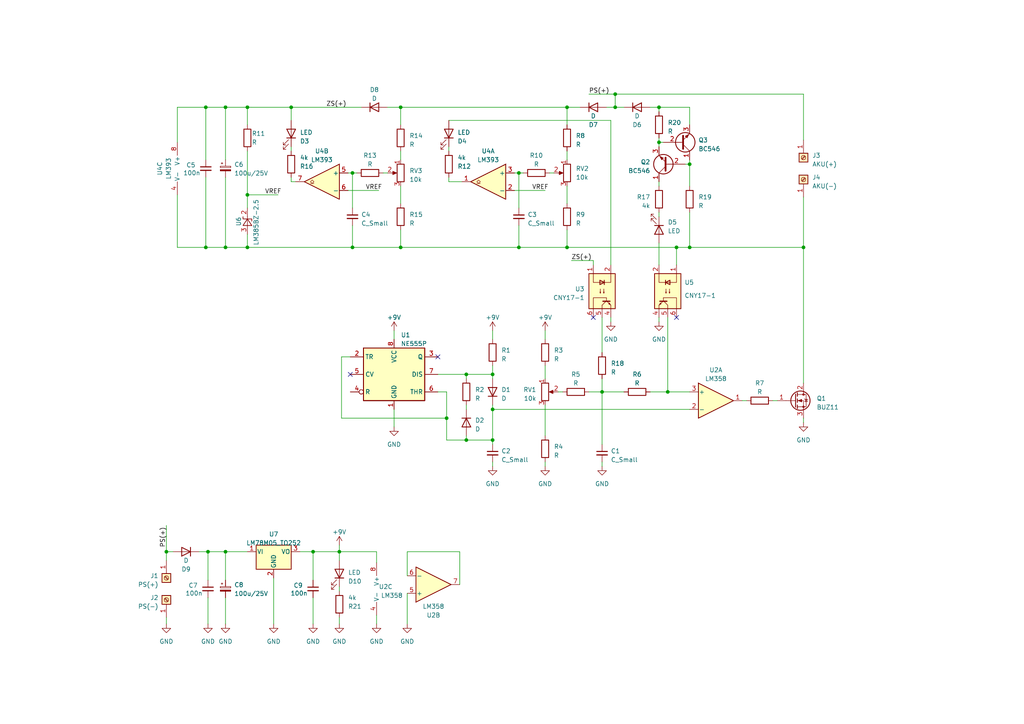
<source format=kicad_sch>
(kicad_sch (version 20230121) (generator eeschema)

  (uuid eebe38de-15b7-4b26-972a-6f0b7d07001f)

  (paper "A4")

  (lib_symbols
    (symbol "Amplifier_Operational:LM358" (pin_names (offset 0.127)) (in_bom yes) (on_board yes)
      (property "Reference" "U" (at 0 5.08 0)
        (effects (font (size 1.27 1.27)) (justify left))
      )
      (property "Value" "LM358" (at 0 -5.08 0)
        (effects (font (size 1.27 1.27)) (justify left))
      )
      (property "Footprint" "" (at 0 0 0)
        (effects (font (size 1.27 1.27)) hide)
      )
      (property "Datasheet" "http://www.ti.com/lit/ds/symlink/lm2904-n.pdf" (at 0 0 0)
        (effects (font (size 1.27 1.27)) hide)
      )
      (property "ki_locked" "" (at 0 0 0)
        (effects (font (size 1.27 1.27)))
      )
      (property "ki_keywords" "dual opamp" (at 0 0 0)
        (effects (font (size 1.27 1.27)) hide)
      )
      (property "ki_description" "Low-Power, Dual Operational Amplifiers, DIP-8/SOIC-8/TO-99-8" (at 0 0 0)
        (effects (font (size 1.27 1.27)) hide)
      )
      (property "ki_fp_filters" "SOIC*3.9x4.9mm*P1.27mm* DIP*W7.62mm* TO*99* OnSemi*Micro8* TSSOP*3x3mm*P0.65mm* TSSOP*4.4x3mm*P0.65mm* MSOP*3x3mm*P0.65mm* SSOP*3.9x4.9mm*P0.635mm* LFCSP*2x2mm*P0.5mm* *SIP* SOIC*5.3x6.2mm*P1.27mm*" (at 0 0 0)
        (effects (font (size 1.27 1.27)) hide)
      )
      (symbol "LM358_1_1"
        (polyline
          (pts
            (xy -5.08 5.08)
            (xy 5.08 0)
            (xy -5.08 -5.08)
            (xy -5.08 5.08)
          )
          (stroke (width 0.254) (type default))
          (fill (type background))
        )
        (pin output line (at 7.62 0 180) (length 2.54)
          (name "~" (effects (font (size 1.27 1.27))))
          (number "1" (effects (font (size 1.27 1.27))))
        )
        (pin input line (at -7.62 -2.54 0) (length 2.54)
          (name "-" (effects (font (size 1.27 1.27))))
          (number "2" (effects (font (size 1.27 1.27))))
        )
        (pin input line (at -7.62 2.54 0) (length 2.54)
          (name "+" (effects (font (size 1.27 1.27))))
          (number "3" (effects (font (size 1.27 1.27))))
        )
      )
      (symbol "LM358_2_1"
        (polyline
          (pts
            (xy -5.08 5.08)
            (xy 5.08 0)
            (xy -5.08 -5.08)
            (xy -5.08 5.08)
          )
          (stroke (width 0.254) (type default))
          (fill (type background))
        )
        (pin input line (at -7.62 2.54 0) (length 2.54)
          (name "+" (effects (font (size 1.27 1.27))))
          (number "5" (effects (font (size 1.27 1.27))))
        )
        (pin input line (at -7.62 -2.54 0) (length 2.54)
          (name "-" (effects (font (size 1.27 1.27))))
          (number "6" (effects (font (size 1.27 1.27))))
        )
        (pin output line (at 7.62 0 180) (length 2.54)
          (name "~" (effects (font (size 1.27 1.27))))
          (number "7" (effects (font (size 1.27 1.27))))
        )
      )
      (symbol "LM358_3_1"
        (pin power_in line (at -2.54 -7.62 90) (length 3.81)
          (name "V-" (effects (font (size 1.27 1.27))))
          (number "4" (effects (font (size 1.27 1.27))))
        )
        (pin power_in line (at -2.54 7.62 270) (length 3.81)
          (name "V+" (effects (font (size 1.27 1.27))))
          (number "8" (effects (font (size 1.27 1.27))))
        )
      )
    )
    (symbol "Comparator:LM393" (pin_names (offset 0.127)) (in_bom yes) (on_board yes)
      (property "Reference" "U" (at 3.81 3.81 0)
        (effects (font (size 1.27 1.27)))
      )
      (property "Value" "LM393" (at 6.35 -3.81 0)
        (effects (font (size 1.27 1.27)))
      )
      (property "Footprint" "" (at 0 0 0)
        (effects (font (size 1.27 1.27)) hide)
      )
      (property "Datasheet" "http://www.ti.com/lit/ds/symlink/lm393.pdf" (at 0 0 0)
        (effects (font (size 1.27 1.27)) hide)
      )
      (property "ki_locked" "" (at 0 0 0)
        (effects (font (size 1.27 1.27)))
      )
      (property "ki_keywords" "cmp open collector" (at 0 0 0)
        (effects (font (size 1.27 1.27)) hide)
      )
      (property "ki_description" "Low-Power, Low-Offset Voltage, Dual Comparators, DIP-8/SOIC-8/TO-99-8" (at 0 0 0)
        (effects (font (size 1.27 1.27)) hide)
      )
      (property "ki_fp_filters" "SOIC*3.9x4.9mm*P1.27mm* DIP*W7.62mm* SOP*5.28x5.23mm*P1.27mm* VSSOP*3.0x3.0mm*P0.65mm* TSSOP*4.4x3mm*P0.65mm*" (at 0 0 0)
        (effects (font (size 1.27 1.27)) hide)
      )
      (symbol "LM393_1_1"
        (polyline
          (pts
            (xy -5.08 5.08)
            (xy 5.08 0)
            (xy -5.08 -5.08)
            (xy -5.08 5.08)
          )
          (stroke (width 0.254) (type default))
          (fill (type background))
        )
        (polyline
          (pts
            (xy 3.302 -0.508)
            (xy 2.794 -0.508)
            (xy 3.302 0)
            (xy 2.794 0.508)
            (xy 2.286 0)
            (xy 2.794 -0.508)
            (xy 2.286 -0.508)
          )
          (stroke (width 0.127) (type default))
          (fill (type none))
        )
        (pin open_collector line (at 7.62 0 180) (length 2.54)
          (name "~" (effects (font (size 1.27 1.27))))
          (number "1" (effects (font (size 1.27 1.27))))
        )
        (pin input line (at -7.62 -2.54 0) (length 2.54)
          (name "-" (effects (font (size 1.27 1.27))))
          (number "2" (effects (font (size 1.27 1.27))))
        )
        (pin input line (at -7.62 2.54 0) (length 2.54)
          (name "+" (effects (font (size 1.27 1.27))))
          (number "3" (effects (font (size 1.27 1.27))))
        )
      )
      (symbol "LM393_2_1"
        (polyline
          (pts
            (xy -5.08 5.08)
            (xy 5.08 0)
            (xy -5.08 -5.08)
            (xy -5.08 5.08)
          )
          (stroke (width 0.254) (type default))
          (fill (type background))
        )
        (polyline
          (pts
            (xy 3.302 -0.508)
            (xy 2.794 -0.508)
            (xy 3.302 0)
            (xy 2.794 0.508)
            (xy 2.286 0)
            (xy 2.794 -0.508)
            (xy 2.286 -0.508)
          )
          (stroke (width 0.127) (type default))
          (fill (type none))
        )
        (pin input line (at -7.62 2.54 0) (length 2.54)
          (name "+" (effects (font (size 1.27 1.27))))
          (number "5" (effects (font (size 1.27 1.27))))
        )
        (pin input line (at -7.62 -2.54 0) (length 2.54)
          (name "-" (effects (font (size 1.27 1.27))))
          (number "6" (effects (font (size 1.27 1.27))))
        )
        (pin open_collector line (at 7.62 0 180) (length 2.54)
          (name "~" (effects (font (size 1.27 1.27))))
          (number "7" (effects (font (size 1.27 1.27))))
        )
      )
      (symbol "LM393_3_1"
        (pin power_in line (at -2.54 -7.62 90) (length 3.81)
          (name "V-" (effects (font (size 1.27 1.27))))
          (number "4" (effects (font (size 1.27 1.27))))
        )
        (pin power_in line (at -2.54 7.62 270) (length 3.81)
          (name "V+" (effects (font (size 1.27 1.27))))
          (number "8" (effects (font (size 1.27 1.27))))
        )
      )
    )
    (symbol "Connector:Screw_Terminal_01x01" (pin_names (offset 1.016) hide) (in_bom yes) (on_board yes)
      (property "Reference" "J" (at 0 2.54 0)
        (effects (font (size 1.27 1.27)))
      )
      (property "Value" "Screw_Terminal_01x01" (at 0 -2.54 0)
        (effects (font (size 1.27 1.27)))
      )
      (property "Footprint" "" (at 0 0 0)
        (effects (font (size 1.27 1.27)) hide)
      )
      (property "Datasheet" "~" (at 0 0 0)
        (effects (font (size 1.27 1.27)) hide)
      )
      (property "ki_keywords" "screw terminal" (at 0 0 0)
        (effects (font (size 1.27 1.27)) hide)
      )
      (property "ki_description" "Generic screw terminal, single row, 01x01, script generated (kicad-library-utils/schlib/autogen/connector/)" (at 0 0 0)
        (effects (font (size 1.27 1.27)) hide)
      )
      (property "ki_fp_filters" "TerminalBlock*:*" (at 0 0 0)
        (effects (font (size 1.27 1.27)) hide)
      )
      (symbol "Screw_Terminal_01x01_1_1"
        (rectangle (start -1.27 1.27) (end 1.27 -1.27)
          (stroke (width 0.254) (type default))
          (fill (type background))
        )
        (polyline
          (pts
            (xy -0.5334 0.3302)
            (xy 0.3302 -0.508)
          )
          (stroke (width 0.1524) (type default))
          (fill (type none))
        )
        (polyline
          (pts
            (xy -0.3556 0.508)
            (xy 0.508 -0.3302)
          )
          (stroke (width 0.1524) (type default))
          (fill (type none))
        )
        (circle (center 0 0) (radius 0.635)
          (stroke (width 0.1524) (type default))
          (fill (type none))
        )
        (pin passive line (at -5.08 0 0) (length 3.81)
          (name "Pin_1" (effects (font (size 1.27 1.27))))
          (number "1" (effects (font (size 1.27 1.27))))
        )
      )
    )
    (symbol "Device:C_Polarized_Small" (pin_numbers hide) (pin_names (offset 0.254) hide) (in_bom yes) (on_board yes)
      (property "Reference" "C" (at 0.254 1.778 0)
        (effects (font (size 1.27 1.27)) (justify left))
      )
      (property "Value" "C_Polarized_Small" (at 0.254 -2.032 0)
        (effects (font (size 1.27 1.27)) (justify left))
      )
      (property "Footprint" "" (at 0 0 0)
        (effects (font (size 1.27 1.27)) hide)
      )
      (property "Datasheet" "~" (at 0 0 0)
        (effects (font (size 1.27 1.27)) hide)
      )
      (property "ki_keywords" "cap capacitor" (at 0 0 0)
        (effects (font (size 1.27 1.27)) hide)
      )
      (property "ki_description" "Polarized capacitor, small symbol" (at 0 0 0)
        (effects (font (size 1.27 1.27)) hide)
      )
      (property "ki_fp_filters" "CP_*" (at 0 0 0)
        (effects (font (size 1.27 1.27)) hide)
      )
      (symbol "C_Polarized_Small_0_1"
        (rectangle (start -1.524 -0.3048) (end 1.524 -0.6858)
          (stroke (width 0) (type default))
          (fill (type outline))
        )
        (rectangle (start -1.524 0.6858) (end 1.524 0.3048)
          (stroke (width 0) (type default))
          (fill (type none))
        )
        (polyline
          (pts
            (xy -1.27 1.524)
            (xy -0.762 1.524)
          )
          (stroke (width 0) (type default))
          (fill (type none))
        )
        (polyline
          (pts
            (xy -1.016 1.27)
            (xy -1.016 1.778)
          )
          (stroke (width 0) (type default))
          (fill (type none))
        )
      )
      (symbol "C_Polarized_Small_1_1"
        (pin passive line (at 0 2.54 270) (length 1.8542)
          (name "~" (effects (font (size 1.27 1.27))))
          (number "1" (effects (font (size 1.27 1.27))))
        )
        (pin passive line (at 0 -2.54 90) (length 1.8542)
          (name "~" (effects (font (size 1.27 1.27))))
          (number "2" (effects (font (size 1.27 1.27))))
        )
      )
    )
    (symbol "Device:C_Small" (pin_numbers hide) (pin_names (offset 0.254) hide) (in_bom yes) (on_board yes)
      (property "Reference" "C" (at 0.254 1.778 0)
        (effects (font (size 1.27 1.27)) (justify left))
      )
      (property "Value" "C_Small" (at 0.254 -2.032 0)
        (effects (font (size 1.27 1.27)) (justify left))
      )
      (property "Footprint" "" (at 0 0 0)
        (effects (font (size 1.27 1.27)) hide)
      )
      (property "Datasheet" "~" (at 0 0 0)
        (effects (font (size 1.27 1.27)) hide)
      )
      (property "ki_keywords" "capacitor cap" (at 0 0 0)
        (effects (font (size 1.27 1.27)) hide)
      )
      (property "ki_description" "Unpolarized capacitor, small symbol" (at 0 0 0)
        (effects (font (size 1.27 1.27)) hide)
      )
      (property "ki_fp_filters" "C_*" (at 0 0 0)
        (effects (font (size 1.27 1.27)) hide)
      )
      (symbol "C_Small_0_1"
        (polyline
          (pts
            (xy -1.524 -0.508)
            (xy 1.524 -0.508)
          )
          (stroke (width 0.3302) (type default))
          (fill (type none))
        )
        (polyline
          (pts
            (xy -1.524 0.508)
            (xy 1.524 0.508)
          )
          (stroke (width 0.3048) (type default))
          (fill (type none))
        )
      )
      (symbol "C_Small_1_1"
        (pin passive line (at 0 2.54 270) (length 2.032)
          (name "~" (effects (font (size 1.27 1.27))))
          (number "1" (effects (font (size 1.27 1.27))))
        )
        (pin passive line (at 0 -2.54 90) (length 2.032)
          (name "~" (effects (font (size 1.27 1.27))))
          (number "2" (effects (font (size 1.27 1.27))))
        )
      )
    )
    (symbol "Device:D" (pin_numbers hide) (pin_names (offset 1.016) hide) (in_bom yes) (on_board yes)
      (property "Reference" "D" (at 0 2.54 0)
        (effects (font (size 1.27 1.27)))
      )
      (property "Value" "D" (at 0 -2.54 0)
        (effects (font (size 1.27 1.27)))
      )
      (property "Footprint" "" (at 0 0 0)
        (effects (font (size 1.27 1.27)) hide)
      )
      (property "Datasheet" "~" (at 0 0 0)
        (effects (font (size 1.27 1.27)) hide)
      )
      (property "Sim.Device" "D" (at 0 0 0)
        (effects (font (size 1.27 1.27)) hide)
      )
      (property "Sim.Pins" "1=K 2=A" (at 0 0 0)
        (effects (font (size 1.27 1.27)) hide)
      )
      (property "ki_keywords" "diode" (at 0 0 0)
        (effects (font (size 1.27 1.27)) hide)
      )
      (property "ki_description" "Diode" (at 0 0 0)
        (effects (font (size 1.27 1.27)) hide)
      )
      (property "ki_fp_filters" "TO-???* *_Diode_* *SingleDiode* D_*" (at 0 0 0)
        (effects (font (size 1.27 1.27)) hide)
      )
      (symbol "D_0_1"
        (polyline
          (pts
            (xy -1.27 1.27)
            (xy -1.27 -1.27)
          )
          (stroke (width 0.254) (type default))
          (fill (type none))
        )
        (polyline
          (pts
            (xy 1.27 0)
            (xy -1.27 0)
          )
          (stroke (width 0) (type default))
          (fill (type none))
        )
        (polyline
          (pts
            (xy 1.27 1.27)
            (xy 1.27 -1.27)
            (xy -1.27 0)
            (xy 1.27 1.27)
          )
          (stroke (width 0.254) (type default))
          (fill (type none))
        )
      )
      (symbol "D_1_1"
        (pin passive line (at -3.81 0 0) (length 2.54)
          (name "K" (effects (font (size 1.27 1.27))))
          (number "1" (effects (font (size 1.27 1.27))))
        )
        (pin passive line (at 3.81 0 180) (length 2.54)
          (name "A" (effects (font (size 1.27 1.27))))
          (number "2" (effects (font (size 1.27 1.27))))
        )
      )
    )
    (symbol "Device:LED" (pin_numbers hide) (pin_names (offset 1.016) hide) (in_bom yes) (on_board yes)
      (property "Reference" "D" (at 0 2.54 0)
        (effects (font (size 1.27 1.27)))
      )
      (property "Value" "LED" (at 0 -2.54 0)
        (effects (font (size 1.27 1.27)))
      )
      (property "Footprint" "" (at 0 0 0)
        (effects (font (size 1.27 1.27)) hide)
      )
      (property "Datasheet" "~" (at 0 0 0)
        (effects (font (size 1.27 1.27)) hide)
      )
      (property "ki_keywords" "LED diode" (at 0 0 0)
        (effects (font (size 1.27 1.27)) hide)
      )
      (property "ki_description" "Light emitting diode" (at 0 0 0)
        (effects (font (size 1.27 1.27)) hide)
      )
      (property "ki_fp_filters" "LED* LED_SMD:* LED_THT:*" (at 0 0 0)
        (effects (font (size 1.27 1.27)) hide)
      )
      (symbol "LED_0_1"
        (polyline
          (pts
            (xy -1.27 -1.27)
            (xy -1.27 1.27)
          )
          (stroke (width 0.254) (type default))
          (fill (type none))
        )
        (polyline
          (pts
            (xy -1.27 0)
            (xy 1.27 0)
          )
          (stroke (width 0) (type default))
          (fill (type none))
        )
        (polyline
          (pts
            (xy 1.27 -1.27)
            (xy 1.27 1.27)
            (xy -1.27 0)
            (xy 1.27 -1.27)
          )
          (stroke (width 0.254) (type default))
          (fill (type none))
        )
        (polyline
          (pts
            (xy -3.048 -0.762)
            (xy -4.572 -2.286)
            (xy -3.81 -2.286)
            (xy -4.572 -2.286)
            (xy -4.572 -1.524)
          )
          (stroke (width 0) (type default))
          (fill (type none))
        )
        (polyline
          (pts
            (xy -1.778 -0.762)
            (xy -3.302 -2.286)
            (xy -2.54 -2.286)
            (xy -3.302 -2.286)
            (xy -3.302 -1.524)
          )
          (stroke (width 0) (type default))
          (fill (type none))
        )
      )
      (symbol "LED_1_1"
        (pin passive line (at -3.81 0 0) (length 2.54)
          (name "K" (effects (font (size 1.27 1.27))))
          (number "1" (effects (font (size 1.27 1.27))))
        )
        (pin passive line (at 3.81 0 180) (length 2.54)
          (name "A" (effects (font (size 1.27 1.27))))
          (number "2" (effects (font (size 1.27 1.27))))
        )
      )
    )
    (symbol "Device:R" (pin_numbers hide) (pin_names (offset 0)) (in_bom yes) (on_board yes)
      (property "Reference" "R" (at 2.032 0 90)
        (effects (font (size 1.27 1.27)))
      )
      (property "Value" "R" (at 0 0 90)
        (effects (font (size 1.27 1.27)))
      )
      (property "Footprint" "" (at -1.778 0 90)
        (effects (font (size 1.27 1.27)) hide)
      )
      (property "Datasheet" "~" (at 0 0 0)
        (effects (font (size 1.27 1.27)) hide)
      )
      (property "ki_keywords" "R res resistor" (at 0 0 0)
        (effects (font (size 1.27 1.27)) hide)
      )
      (property "ki_description" "Resistor" (at 0 0 0)
        (effects (font (size 1.27 1.27)) hide)
      )
      (property "ki_fp_filters" "R_*" (at 0 0 0)
        (effects (font (size 1.27 1.27)) hide)
      )
      (symbol "R_0_1"
        (rectangle (start -1.016 -2.54) (end 1.016 2.54)
          (stroke (width 0.254) (type default))
          (fill (type none))
        )
      )
      (symbol "R_1_1"
        (pin passive line (at 0 3.81 270) (length 1.27)
          (name "~" (effects (font (size 1.27 1.27))))
          (number "1" (effects (font (size 1.27 1.27))))
        )
        (pin passive line (at 0 -3.81 90) (length 1.27)
          (name "~" (effects (font (size 1.27 1.27))))
          (number "2" (effects (font (size 1.27 1.27))))
        )
      )
    )
    (symbol "Device:R_Potentiometer" (pin_names (offset 1.016) hide) (in_bom yes) (on_board yes)
      (property "Reference" "RV" (at -4.445 0 90)
        (effects (font (size 1.27 1.27)))
      )
      (property "Value" "R_Potentiometer" (at -2.54 0 90)
        (effects (font (size 1.27 1.27)))
      )
      (property "Footprint" "" (at 0 0 0)
        (effects (font (size 1.27 1.27)) hide)
      )
      (property "Datasheet" "~" (at 0 0 0)
        (effects (font (size 1.27 1.27)) hide)
      )
      (property "ki_keywords" "resistor variable" (at 0 0 0)
        (effects (font (size 1.27 1.27)) hide)
      )
      (property "ki_description" "Potentiometer" (at 0 0 0)
        (effects (font (size 1.27 1.27)) hide)
      )
      (property "ki_fp_filters" "Potentiometer*" (at 0 0 0)
        (effects (font (size 1.27 1.27)) hide)
      )
      (symbol "R_Potentiometer_0_1"
        (polyline
          (pts
            (xy 2.54 0)
            (xy 1.524 0)
          )
          (stroke (width 0) (type default))
          (fill (type none))
        )
        (polyline
          (pts
            (xy 1.143 0)
            (xy 2.286 0.508)
            (xy 2.286 -0.508)
            (xy 1.143 0)
          )
          (stroke (width 0) (type default))
          (fill (type outline))
        )
        (rectangle (start 1.016 2.54) (end -1.016 -2.54)
          (stroke (width 0.254) (type default))
          (fill (type none))
        )
      )
      (symbol "R_Potentiometer_1_1"
        (pin passive line (at 0 3.81 270) (length 1.27)
          (name "1" (effects (font (size 1.27 1.27))))
          (number "1" (effects (font (size 1.27 1.27))))
        )
        (pin passive line (at 3.81 0 180) (length 1.27)
          (name "2" (effects (font (size 1.27 1.27))))
          (number "2" (effects (font (size 1.27 1.27))))
        )
        (pin passive line (at 0 -3.81 90) (length 1.27)
          (name "3" (effects (font (size 1.27 1.27))))
          (number "3" (effects (font (size 1.27 1.27))))
        )
      )
    )
    (symbol "Isolator:CNY17-1" (pin_names (offset 1.016)) (in_bom yes) (on_board yes)
      (property "Reference" "U" (at -5.08 5.08 0)
        (effects (font (size 1.27 1.27)) (justify left))
      )
      (property "Value" "CNY17-1" (at 0 5.08 0)
        (effects (font (size 1.27 1.27)) (justify left))
      )
      (property "Footprint" "" (at 0 0 0)
        (effects (font (size 1.27 1.27)) (justify left) hide)
      )
      (property "Datasheet" "http://www.vishay.com/docs/83606/cny17.pdf" (at 0 0 0)
        (effects (font (size 1.27 1.27)) (justify left) hide)
      )
      (property "ki_keywords" "NPN DC Optocoupler Base Connected" (at 0 0 0)
        (effects (font (size 1.27 1.27)) hide)
      )
      (property "ki_description" "DC Optocoupler Base Connected, Vce 70V, CTR 40-80%, Viso 5000V (RMS), DIP6" (at 0 0 0)
        (effects (font (size 1.27 1.27)) hide)
      )
      (property "ki_fp_filters" "DIP*W7.62mm* DIP*W10.16mm* SMDIP*W9.53mm*" (at 0 0 0)
        (effects (font (size 1.27 1.27)) hide)
      )
      (symbol "CNY17-1_0_1"
        (rectangle (start -5.08 3.81) (end 5.08 -3.81)
          (stroke (width 0.254) (type default))
          (fill (type background))
        )
        (polyline
          (pts
            (xy -3.175 -0.635)
            (xy -1.905 -0.635)
          )
          (stroke (width 0.254) (type default))
          (fill (type none))
        )
        (polyline
          (pts
            (xy 2.921 -1.397)
            (xy 4.064 -2.54)
          )
          (stroke (width 0) (type default))
          (fill (type none))
        )
        (polyline
          (pts
            (xy 2.921 -1.27)
            (xy 1.905 -1.27)
          )
          (stroke (width 0) (type default))
          (fill (type none))
        )
        (polyline
          (pts
            (xy 2.921 -1.143)
            (xy 4.064 0)
          )
          (stroke (width 0) (type default))
          (fill (type none))
        )
        (polyline
          (pts
            (xy 4.064 -2.54)
            (xy 5.08 -2.54)
          )
          (stroke (width 0) (type default))
          (fill (type none))
        )
        (polyline
          (pts
            (xy 5.08 0)
            (xy 4.064 0)
          )
          (stroke (width 0) (type default))
          (fill (type none))
        )
        (polyline
          (pts
            (xy -5.08 2.54)
            (xy -2.54 2.54)
            (xy -2.54 -0.762)
          )
          (stroke (width 0) (type default))
          (fill (type none))
        )
        (polyline
          (pts
            (xy -2.54 -0.635)
            (xy -2.54 -2.54)
            (xy -5.08 -2.54)
          )
          (stroke (width 0) (type default))
          (fill (type none))
        )
        (polyline
          (pts
            (xy 1.905 -1.27)
            (xy 1.905 2.54)
            (xy 5.08 2.54)
          )
          (stroke (width 0) (type default))
          (fill (type none))
        )
        (polyline
          (pts
            (xy 2.921 -0.254)
            (xy 2.921 -2.286)
            (xy 2.921 -2.286)
          )
          (stroke (width 0.3556) (type default))
          (fill (type none))
        )
        (polyline
          (pts
            (xy -2.54 -0.635)
            (xy -3.175 0.635)
            (xy -1.905 0.635)
            (xy -2.54 -0.635)
          )
          (stroke (width 0.254) (type default))
          (fill (type none))
        )
        (polyline
          (pts
            (xy 3.937 -2.413)
            (xy 3.683 -1.905)
            (xy 3.429 -2.159)
            (xy 3.937 -2.413)
          )
          (stroke (width 0) (type default))
          (fill (type none))
        )
        (polyline
          (pts
            (xy -0.635 -0.508)
            (xy 0.635 -0.508)
            (xy 0.254 -0.635)
            (xy 0.254 -0.381)
            (xy 0.635 -0.508)
          )
          (stroke (width 0) (type default))
          (fill (type none))
        )
        (polyline
          (pts
            (xy -0.635 0.508)
            (xy 0.635 0.508)
            (xy 0.254 0.381)
            (xy 0.254 0.635)
            (xy 0.635 0.508)
          )
          (stroke (width 0) (type default))
          (fill (type none))
        )
      )
      (symbol "CNY17-1_1_1"
        (pin passive line (at -7.62 2.54 0) (length 2.54)
          (name "~" (effects (font (size 1.27 1.27))))
          (number "1" (effects (font (size 1.27 1.27))))
        )
        (pin passive line (at -7.62 -2.54 0) (length 2.54)
          (name "~" (effects (font (size 1.27 1.27))))
          (number "2" (effects (font (size 1.27 1.27))))
        )
        (pin no_connect line (at -5.08 0 0) (length 2.54) hide
          (name "NC" (effects (font (size 1.27 1.27))))
          (number "3" (effects (font (size 1.27 1.27))))
        )
        (pin passive line (at 7.62 -2.54 180) (length 2.54)
          (name "~" (effects (font (size 1.27 1.27))))
          (number "4" (effects (font (size 1.27 1.27))))
        )
        (pin passive line (at 7.62 0 180) (length 2.54)
          (name "~" (effects (font (size 1.27 1.27))))
          (number "5" (effects (font (size 1.27 1.27))))
        )
        (pin passive line (at 7.62 2.54 180) (length 2.54)
          (name "~" (effects (font (size 1.27 1.27))))
          (number "6" (effects (font (size 1.27 1.27))))
        )
      )
    )
    (symbol "Reference_Voltage:LM385BZ-2.5" (pin_names (offset 0.0254) hide) (in_bom yes) (on_board yes)
      (property "Reference" "U" (at 0 2.54 0)
        (effects (font (size 1.27 1.27)))
      )
      (property "Value" "LM385BZ-2.5" (at 0 -3.175 0)
        (effects (font (size 1.27 1.27)))
      )
      (property "Footprint" "Package_TO_SOT_THT:TO-92_Inline" (at 0 -5.08 0)
        (effects (font (size 1.27 1.27) italic) hide)
      )
      (property "Datasheet" "http://www.onsemi.com/pub_link/Collateral/LM285-D.PDF" (at 0 0 0)
        (effects (font (size 1.27 1.27) italic) hide)
      )
      (property "ki_keywords" "diode device voltage reference" (at 0 0 0)
        (effects (font (size 1.27 1.27)) hide)
      )
      (property "ki_description" "2.5V Micropower Voltage Reference Diodes, TO-92" (at 0 0 0)
        (effects (font (size 1.27 1.27)) hide)
      )
      (property "ki_fp_filters" "TO?92*Inline*" (at 0 0 0)
        (effects (font (size 1.27 1.27)) hide)
      )
      (symbol "LM385BZ-2.5_0_1"
        (polyline
          (pts
            (xy -1.27 0)
            (xy 0 0)
            (xy 1.27 0)
          )
          (stroke (width 0) (type default))
          (fill (type none))
        )
        (polyline
          (pts
            (xy -1.27 -1.27)
            (xy 0.635 0)
            (xy -1.27 1.27)
            (xy -1.27 -1.27)
          )
          (stroke (width 0.2032) (type default))
          (fill (type none))
        )
        (polyline
          (pts
            (xy 0 -1.27)
            (xy 0.635 -1.27)
            (xy 0.635 1.27)
            (xy 1.27 1.27)
          )
          (stroke (width 0.2032) (type default))
          (fill (type none))
        )
      )
      (symbol "LM385BZ-2.5_1_1"
        (pin passive line (at 3.81 0 180) (length 2.54)
          (name "K" (effects (font (size 1.27 1.27))))
          (number "2" (effects (font (size 1.27 1.27))))
        )
        (pin passive line (at -3.81 0 0) (length 2.54)
          (name "A" (effects (font (size 1.27 1.27))))
          (number "3" (effects (font (size 1.27 1.27))))
        )
      )
    )
    (symbol "Regulator_Linear:LM78M05_TO252" (pin_names (offset 0.254)) (in_bom yes) (on_board yes)
      (property "Reference" "U" (at -3.81 3.175 0)
        (effects (font (size 1.27 1.27)))
      )
      (property "Value" "LM78M05_TO252" (at 0 3.175 0)
        (effects (font (size 1.27 1.27)) (justify left))
      )
      (property "Footprint" "Package_TO_SOT_SMD:TO-252-2" (at 0 5.715 0)
        (effects (font (size 1.27 1.27) italic) hide)
      )
      (property "Datasheet" "https://www.onsemi.com/pub/Collateral/MC78M00-D.PDF" (at 0 -1.27 0)
        (effects (font (size 1.27 1.27)) hide)
      )
      (property "ki_keywords" "Voltage Regulator 500mA Positive" (at 0 0 0)
        (effects (font (size 1.27 1.27)) hide)
      )
      (property "ki_description" "Positive 500mA 35V Linear Regulator, Fixed Output 5V, TO-252 (D-PAK)" (at 0 0 0)
        (effects (font (size 1.27 1.27)) hide)
      )
      (property "ki_fp_filters" "TO?252*" (at 0 0 0)
        (effects (font (size 1.27 1.27)) hide)
      )
      (symbol "LM78M05_TO252_0_1"
        (rectangle (start -5.08 1.905) (end 5.08 -5.08)
          (stroke (width 0.254) (type default))
          (fill (type background))
        )
      )
      (symbol "LM78M05_TO252_1_1"
        (pin power_in line (at -7.62 0 0) (length 2.54)
          (name "VI" (effects (font (size 1.27 1.27))))
          (number "1" (effects (font (size 1.27 1.27))))
        )
        (pin power_in line (at 0 -7.62 90) (length 2.54)
          (name "GND" (effects (font (size 1.27 1.27))))
          (number "2" (effects (font (size 1.27 1.27))))
        )
        (pin power_out line (at 7.62 0 180) (length 2.54)
          (name "VO" (effects (font (size 1.27 1.27))))
          (number "3" (effects (font (size 1.27 1.27))))
        )
      )
    )
    (symbol "Timer:NE555P" (in_bom yes) (on_board yes)
      (property "Reference" "U" (at -10.16 8.89 0)
        (effects (font (size 1.27 1.27)) (justify left))
      )
      (property "Value" "NE555P" (at 2.54 8.89 0)
        (effects (font (size 1.27 1.27)) (justify left))
      )
      (property "Footprint" "Package_DIP:DIP-8_W7.62mm" (at 16.51 -10.16 0)
        (effects (font (size 1.27 1.27)) hide)
      )
      (property "Datasheet" "http://www.ti.com/lit/ds/symlink/ne555.pdf" (at 21.59 -10.16 0)
        (effects (font (size 1.27 1.27)) hide)
      )
      (property "ki_keywords" "single timer 555" (at 0 0 0)
        (effects (font (size 1.27 1.27)) hide)
      )
      (property "ki_description" "Precision Timers, 555 compatible,  PDIP-8" (at 0 0 0)
        (effects (font (size 1.27 1.27)) hide)
      )
      (property "ki_fp_filters" "DIP*W7.62mm*" (at 0 0 0)
        (effects (font (size 1.27 1.27)) hide)
      )
      (symbol "NE555P_0_0"
        (pin power_in line (at 0 -10.16 90) (length 2.54)
          (name "GND" (effects (font (size 1.27 1.27))))
          (number "1" (effects (font (size 1.27 1.27))))
        )
        (pin power_in line (at 0 10.16 270) (length 2.54)
          (name "VCC" (effects (font (size 1.27 1.27))))
          (number "8" (effects (font (size 1.27 1.27))))
        )
      )
      (symbol "NE555P_0_1"
        (rectangle (start -8.89 -7.62) (end 8.89 7.62)
          (stroke (width 0.254) (type default))
          (fill (type background))
        )
        (rectangle (start -8.89 -7.62) (end 8.89 7.62)
          (stroke (width 0.254) (type default))
          (fill (type background))
        )
      )
      (symbol "NE555P_1_1"
        (pin input line (at -12.7 5.08 0) (length 3.81)
          (name "TR" (effects (font (size 1.27 1.27))))
          (number "2" (effects (font (size 1.27 1.27))))
        )
        (pin output line (at 12.7 5.08 180) (length 3.81)
          (name "Q" (effects (font (size 1.27 1.27))))
          (number "3" (effects (font (size 1.27 1.27))))
        )
        (pin input inverted (at -12.7 -5.08 0) (length 3.81)
          (name "R" (effects (font (size 1.27 1.27))))
          (number "4" (effects (font (size 1.27 1.27))))
        )
        (pin input line (at -12.7 0 0) (length 3.81)
          (name "CV" (effects (font (size 1.27 1.27))))
          (number "5" (effects (font (size 1.27 1.27))))
        )
        (pin input line (at 12.7 -5.08 180) (length 3.81)
          (name "THR" (effects (font (size 1.27 1.27))))
          (number "6" (effects (font (size 1.27 1.27))))
        )
        (pin input line (at 12.7 0 180) (length 3.81)
          (name "DIS" (effects (font (size 1.27 1.27))))
          (number "7" (effects (font (size 1.27 1.27))))
        )
      )
    )
    (symbol "Transistor_BJT:BC546" (pin_names (offset 0) hide) (in_bom yes) (on_board yes)
      (property "Reference" "Q" (at 5.08 1.905 0)
        (effects (font (size 1.27 1.27)) (justify left))
      )
      (property "Value" "BC546" (at 5.08 0 0)
        (effects (font (size 1.27 1.27)) (justify left))
      )
      (property "Footprint" "Package_TO_SOT_THT:TO-92_Inline" (at 5.08 -1.905 0)
        (effects (font (size 1.27 1.27) italic) (justify left) hide)
      )
      (property "Datasheet" "https://www.onsemi.com/pub/Collateral/BC550-D.pdf" (at 0 0 0)
        (effects (font (size 1.27 1.27)) (justify left) hide)
      )
      (property "ki_keywords" "NPN Transistor" (at 0 0 0)
        (effects (font (size 1.27 1.27)) hide)
      )
      (property "ki_description" "0.1A Ic, 65V Vce, Small Signal NPN Transistor, TO-92" (at 0 0 0)
        (effects (font (size 1.27 1.27)) hide)
      )
      (property "ki_fp_filters" "TO?92*" (at 0 0 0)
        (effects (font (size 1.27 1.27)) hide)
      )
      (symbol "BC546_0_1"
        (polyline
          (pts
            (xy 0 0)
            (xy 0.635 0)
          )
          (stroke (width 0) (type default))
          (fill (type none))
        )
        (polyline
          (pts
            (xy 0.635 0.635)
            (xy 2.54 2.54)
          )
          (stroke (width 0) (type default))
          (fill (type none))
        )
        (polyline
          (pts
            (xy 0.635 -0.635)
            (xy 2.54 -2.54)
            (xy 2.54 -2.54)
          )
          (stroke (width 0) (type default))
          (fill (type none))
        )
        (polyline
          (pts
            (xy 0.635 1.905)
            (xy 0.635 -1.905)
            (xy 0.635 -1.905)
          )
          (stroke (width 0.508) (type default))
          (fill (type none))
        )
        (polyline
          (pts
            (xy 1.27 -1.778)
            (xy 1.778 -1.27)
            (xy 2.286 -2.286)
            (xy 1.27 -1.778)
            (xy 1.27 -1.778)
          )
          (stroke (width 0) (type default))
          (fill (type outline))
        )
        (circle (center 1.27 0) (radius 2.8194)
          (stroke (width 0.254) (type default))
          (fill (type none))
        )
      )
      (symbol "BC546_1_1"
        (pin passive line (at 2.54 5.08 270) (length 2.54)
          (name "C" (effects (font (size 1.27 1.27))))
          (number "1" (effects (font (size 1.27 1.27))))
        )
        (pin input line (at -5.08 0 0) (length 5.08)
          (name "B" (effects (font (size 1.27 1.27))))
          (number "2" (effects (font (size 1.27 1.27))))
        )
        (pin passive line (at 2.54 -5.08 90) (length 2.54)
          (name "E" (effects (font (size 1.27 1.27))))
          (number "3" (effects (font (size 1.27 1.27))))
        )
      )
    )
    (symbol "Transistor_FET:BUZ11" (pin_names hide) (in_bom yes) (on_board yes)
      (property "Reference" "Q" (at 6.35 1.905 0)
        (effects (font (size 1.27 1.27)) (justify left))
      )
      (property "Value" "BUZ11" (at 6.35 0 0)
        (effects (font (size 1.27 1.27)) (justify left))
      )
      (property "Footprint" "Package_TO_SOT_THT:TO-220-3_Vertical" (at 6.35 -1.905 0)
        (effects (font (size 1.27 1.27) italic) (justify left) hide)
      )
      (property "Datasheet" "https://media.digikey.com/pdf/Data%20Sheets/Fairchild%20PDFs/BUZ11.pdf" (at 0 0 0)
        (effects (font (size 1.27 1.27)) (justify left) hide)
      )
      (property "ki_keywords" "N-Channel Power MOSFET" (at 0 0 0)
        (effects (font (size 1.27 1.27)) hide)
      )
      (property "ki_description" "30A Id, 50V Vds, N-Channel Power MOSFET, TO-220" (at 0 0 0)
        (effects (font (size 1.27 1.27)) hide)
      )
      (property "ki_fp_filters" "TO?220*" (at 0 0 0)
        (effects (font (size 1.27 1.27)) hide)
      )
      (symbol "BUZ11_0_1"
        (polyline
          (pts
            (xy 0.254 0)
            (xy -2.54 0)
          )
          (stroke (width 0) (type default))
          (fill (type none))
        )
        (polyline
          (pts
            (xy 0.254 1.905)
            (xy 0.254 -1.905)
          )
          (stroke (width 0.254) (type default))
          (fill (type none))
        )
        (polyline
          (pts
            (xy 0.762 -1.27)
            (xy 0.762 -2.286)
          )
          (stroke (width 0.254) (type default))
          (fill (type none))
        )
        (polyline
          (pts
            (xy 0.762 0.508)
            (xy 0.762 -0.508)
          )
          (stroke (width 0.254) (type default))
          (fill (type none))
        )
        (polyline
          (pts
            (xy 0.762 2.286)
            (xy 0.762 1.27)
          )
          (stroke (width 0.254) (type default))
          (fill (type none))
        )
        (polyline
          (pts
            (xy 2.54 2.54)
            (xy 2.54 1.778)
          )
          (stroke (width 0) (type default))
          (fill (type none))
        )
        (polyline
          (pts
            (xy 2.54 -2.54)
            (xy 2.54 0)
            (xy 0.762 0)
          )
          (stroke (width 0) (type default))
          (fill (type none))
        )
        (polyline
          (pts
            (xy 0.762 -1.778)
            (xy 3.302 -1.778)
            (xy 3.302 1.778)
            (xy 0.762 1.778)
          )
          (stroke (width 0) (type default))
          (fill (type none))
        )
        (polyline
          (pts
            (xy 1.016 0)
            (xy 2.032 0.381)
            (xy 2.032 -0.381)
            (xy 1.016 0)
          )
          (stroke (width 0) (type default))
          (fill (type outline))
        )
        (polyline
          (pts
            (xy 2.794 0.508)
            (xy 2.921 0.381)
            (xy 3.683 0.381)
            (xy 3.81 0.254)
          )
          (stroke (width 0) (type default))
          (fill (type none))
        )
        (polyline
          (pts
            (xy 3.302 0.381)
            (xy 2.921 -0.254)
            (xy 3.683 -0.254)
            (xy 3.302 0.381)
          )
          (stroke (width 0) (type default))
          (fill (type none))
        )
        (circle (center 1.651 0) (radius 2.794)
          (stroke (width 0.254) (type default))
          (fill (type none))
        )
        (circle (center 2.54 -1.778) (radius 0.254)
          (stroke (width 0) (type default))
          (fill (type outline))
        )
        (circle (center 2.54 1.778) (radius 0.254)
          (stroke (width 0) (type default))
          (fill (type outline))
        )
      )
      (symbol "BUZ11_1_1"
        (pin input line (at -5.08 0 0) (length 2.54)
          (name "G" (effects (font (size 1.27 1.27))))
          (number "1" (effects (font (size 1.27 1.27))))
        )
        (pin passive line (at 2.54 5.08 270) (length 2.54)
          (name "D" (effects (font (size 1.27 1.27))))
          (number "2" (effects (font (size 1.27 1.27))))
        )
        (pin passive line (at 2.54 -5.08 90) (length 2.54)
          (name "S" (effects (font (size 1.27 1.27))))
          (number "3" (effects (font (size 1.27 1.27))))
        )
      )
    )
    (symbol "power:+9V" (power) (pin_names (offset 0)) (in_bom yes) (on_board yes)
      (property "Reference" "#PWR" (at 0 -3.81 0)
        (effects (font (size 1.27 1.27)) hide)
      )
      (property "Value" "+9V" (at 0 3.556 0)
        (effects (font (size 1.27 1.27)))
      )
      (property "Footprint" "" (at 0 0 0)
        (effects (font (size 1.27 1.27)) hide)
      )
      (property "Datasheet" "" (at 0 0 0)
        (effects (font (size 1.27 1.27)) hide)
      )
      (property "ki_keywords" "global power" (at 0 0 0)
        (effects (font (size 1.27 1.27)) hide)
      )
      (property "ki_description" "Power symbol creates a global label with name \"+9V\"" (at 0 0 0)
        (effects (font (size 1.27 1.27)) hide)
      )
      (symbol "+9V_0_1"
        (polyline
          (pts
            (xy -0.762 1.27)
            (xy 0 2.54)
          )
          (stroke (width 0) (type default))
          (fill (type none))
        )
        (polyline
          (pts
            (xy 0 0)
            (xy 0 2.54)
          )
          (stroke (width 0) (type default))
          (fill (type none))
        )
        (polyline
          (pts
            (xy 0 2.54)
            (xy 0.762 1.27)
          )
          (stroke (width 0) (type default))
          (fill (type none))
        )
      )
      (symbol "+9V_1_1"
        (pin power_in line (at 0 0 90) (length 0) hide
          (name "+9V" (effects (font (size 1.27 1.27))))
          (number "1" (effects (font (size 1.27 1.27))))
        )
      )
    )
    (symbol "power:GND" (power) (pin_names (offset 0)) (in_bom yes) (on_board yes)
      (property "Reference" "#PWR" (at 0 -6.35 0)
        (effects (font (size 1.27 1.27)) hide)
      )
      (property "Value" "GND" (at 0 -3.81 0)
        (effects (font (size 1.27 1.27)))
      )
      (property "Footprint" "" (at 0 0 0)
        (effects (font (size 1.27 1.27)) hide)
      )
      (property "Datasheet" "" (at 0 0 0)
        (effects (font (size 1.27 1.27)) hide)
      )
      (property "ki_keywords" "global power" (at 0 0 0)
        (effects (font (size 1.27 1.27)) hide)
      )
      (property "ki_description" "Power symbol creates a global label with name \"GND\" , ground" (at 0 0 0)
        (effects (font (size 1.27 1.27)) hide)
      )
      (symbol "GND_0_1"
        (polyline
          (pts
            (xy 0 0)
            (xy 0 -1.27)
            (xy 1.27 -1.27)
            (xy 0 -2.54)
            (xy -1.27 -1.27)
            (xy 0 -1.27)
          )
          (stroke (width 0) (type default))
          (fill (type none))
        )
      )
      (symbol "GND_1_1"
        (pin power_in line (at 0 0 270) (length 0) hide
          (name "GND" (effects (font (size 1.27 1.27))))
          (number "1" (effects (font (size 1.27 1.27))))
        )
      )
    )
  )

  (junction (at 178.435 31.115) (diameter 0) (color 0 0 0 0)
    (uuid 03d85765-329b-4cc9-a9c4-eddd7f369037)
  )
  (junction (at 200.025 71.755) (diameter 0) (color 0 0 0 0)
    (uuid 0690495b-e235-4dc5-9d2b-0d5ba83e52d2)
  )
  (junction (at 98.425 160.02) (diameter 0) (color 0 0 0 0)
    (uuid 08fceff2-f641-4687-9c71-c459abf75498)
  )
  (junction (at 90.805 160.02) (diameter 0) (color 0 0 0 0)
    (uuid 0cff7afa-405d-495f-b57a-0edf7e427a95)
  )
  (junction (at 174.625 113.665) (diameter 0) (color 0 0 0 0)
    (uuid 1832bca9-e7c0-4953-ae1b-bf5e4e059f98)
  )
  (junction (at 65.405 71.755) (diameter 0) (color 0 0 0 0)
    (uuid 189df1a7-c9ff-40c9-9dfb-ca53b6f16978)
  )
  (junction (at 164.465 31.115) (diameter 0) (color 0 0 0 0)
    (uuid 20b008ea-a960-44f9-9478-ea3a61f93e4f)
  )
  (junction (at 129.54 121.285) (diameter 0) (color 0 0 0 0)
    (uuid 2766b225-7b67-4401-bca8-3a913df67715)
  )
  (junction (at 150.495 50.165) (diameter 0) (color 0 0 0 0)
    (uuid 4284646c-4c18-493d-87b9-3024f8b2bb22)
  )
  (junction (at 142.875 108.585) (diameter 0) (color 0 0 0 0)
    (uuid 494d981e-e55a-4fe6-99dd-6a46ad0201a9)
  )
  (junction (at 59.69 31.115) (diameter 0) (color 0 0 0 0)
    (uuid 4c6b1a8a-132f-4834-85b5-008df5b07896)
  )
  (junction (at 116.205 71.755) (diameter 0) (color 0 0 0 0)
    (uuid 4ce2a687-4713-439f-806f-a84d589007cb)
  )
  (junction (at 71.755 31.115) (diameter 0) (color 0 0 0 0)
    (uuid 53ff1007-cae0-4e8f-a05d-29d4ce83d8df)
  )
  (junction (at 178.435 27.305) (diameter 0) (color 0 0 0 0)
    (uuid 68915025-7580-4f49-8cf7-18176c78d24a)
  )
  (junction (at 84.455 31.115) (diameter 0) (color 0 0 0 0)
    (uuid 68c2373e-8d14-4461-ae5c-3fbbfdc803c9)
  )
  (junction (at 60.325 160.02) (diameter 0) (color 0 0 0 0)
    (uuid 6a5100c8-a747-47b0-b4a2-edc417dad16e)
  )
  (junction (at 191.135 31.115) (diameter 0) (color 0 0 0 0)
    (uuid 706e58d3-186b-49ca-bb66-dfd3d9d4fe44)
  )
  (junction (at 135.255 108.585) (diameter 0) (color 0 0 0 0)
    (uuid 74c95dcb-f494-4f17-9a55-5313b4d1146f)
  )
  (junction (at 193.675 113.665) (diameter 0) (color 0 0 0 0)
    (uuid 766cfb13-b2c0-4a1b-afd3-4f0c206e52f6)
  )
  (junction (at 150.495 71.755) (diameter 0) (color 0 0 0 0)
    (uuid 78ed8f79-ec89-496f-bd3a-6735ac07fa4f)
  )
  (junction (at 71.755 71.755) (diameter 0) (color 0 0 0 0)
    (uuid 791eaa2c-a227-4505-aba8-e95f1ff1ebd8)
  )
  (junction (at 164.465 71.755) (diameter 0) (color 0 0 0 0)
    (uuid 7f24badf-0039-48ba-800d-e412e9559b2e)
  )
  (junction (at 196.215 71.755) (diameter 0) (color 0 0 0 0)
    (uuid 81f89476-3191-4154-a285-d5e9cb17dd0e)
  )
  (junction (at 102.235 50.165) (diameter 0) (color 0 0 0 0)
    (uuid 84eb6952-53ab-4162-b22d-e2f3c7f6dbcf)
  )
  (junction (at 71.755 56.515) (diameter 0) (color 0 0 0 0)
    (uuid 95a45df5-0447-4bd3-a241-0ffc84735707)
  )
  (junction (at 65.405 31.115) (diameter 0) (color 0 0 0 0)
    (uuid a26c8c6a-e804-4d99-bffb-bedf6a2b3023)
  )
  (junction (at 191.135 41.275) (diameter 0) (color 0 0 0 0)
    (uuid a33c61fb-657e-4802-8f81-80bc3a580b52)
  )
  (junction (at 59.69 71.755) (diameter 0) (color 0 0 0 0)
    (uuid a4c76aee-514a-404c-9894-1c7f88e9f19d)
  )
  (junction (at 116.205 31.115) (diameter 0) (color 0 0 0 0)
    (uuid b54b6d50-e86d-4417-a2b6-c55a1cf83aff)
  )
  (junction (at 135.255 127.635) (diameter 0) (color 0 0 0 0)
    (uuid c9fe0fd5-1800-4f66-9479-76cd3095f977)
  )
  (junction (at 200.025 47.625) (diameter 0) (color 0 0 0 0)
    (uuid d5799e9e-5d03-44c1-b419-51075c563d28)
  )
  (junction (at 233.045 71.755) (diameter 0) (color 0 0 0 0)
    (uuid da641974-10e8-4184-a46a-1e78d47fb050)
  )
  (junction (at 142.875 127.635) (diameter 0) (color 0 0 0 0)
    (uuid ea94e4d0-fd48-402e-b78a-23bd80205ef1)
  )
  (junction (at 48.26 160.02) (diameter 0) (color 0 0 0 0)
    (uuid eef970d4-a34a-4bc1-8e9a-73df617e15c9)
  )
  (junction (at 142.875 118.745) (diameter 0) (color 0 0 0 0)
    (uuid f0db83e8-adfd-46b5-a815-f5aedcc82a28)
  )
  (junction (at 65.405 160.02) (diameter 0) (color 0 0 0 0)
    (uuid facd7db8-9a3f-4469-90f0-ff4de84d8f99)
  )
  (junction (at 102.235 71.755) (diameter 0) (color 0 0 0 0)
    (uuid fb8e0f59-67e2-4338-9e9d-a952cd8df66b)
  )

  (no_connect (at 101.6 108.585) (uuid 5b17f6eb-d0d3-4880-8d40-47cde8212a9f))
  (no_connect (at 196.215 92.075) (uuid 8cecf998-4e26-4ed2-bfe8-e86b793354a4))
  (no_connect (at 127 103.505) (uuid cf15c14e-7eed-4615-8528-b0e62fbfba45))
  (no_connect (at 172.085 92.075) (uuid e98ebf1c-8906-4ac6-9228-2d70980ed6f7))

  (wire (pts (xy 114.3 95.885) (xy 114.3 98.425))
    (stroke (width 0) (type default))
    (uuid 00915783-6d78-4b8b-83dd-e67c32763e8b)
  )
  (wire (pts (xy 100.965 50.165) (xy 102.235 50.165))
    (stroke (width 0) (type default))
    (uuid 0170c939-bbae-4840-b5fd-aec0be493d32)
  )
  (wire (pts (xy 142.875 117.475) (xy 142.875 118.745))
    (stroke (width 0) (type default))
    (uuid 02157857-f600-4ca6-a318-1e4ed1a11cb4)
  )
  (wire (pts (xy 133.35 160.02) (xy 118.11 160.02))
    (stroke (width 0) (type default))
    (uuid 02bf71a6-75c3-445f-bb28-b604cbd60b30)
  )
  (wire (pts (xy 188.595 113.665) (xy 193.675 113.665))
    (stroke (width 0) (type default))
    (uuid 07d277b1-a064-4d11-8f6e-9d50a1a11753)
  )
  (wire (pts (xy 129.54 113.665) (xy 127 113.665))
    (stroke (width 0) (type default))
    (uuid 10a11fb2-e5a4-4e22-befa-7b7f6ee4f2e1)
  )
  (wire (pts (xy 118.11 160.02) (xy 118.11 167.005))
    (stroke (width 0) (type default))
    (uuid 11267c39-1d33-48ea-9ce2-66ce48c35707)
  )
  (wire (pts (xy 65.405 51.435) (xy 65.405 71.755))
    (stroke (width 0) (type default))
    (uuid 11581d0e-8214-4aba-a860-dcb000a914ed)
  )
  (wire (pts (xy 102.235 71.755) (xy 116.205 71.755))
    (stroke (width 0) (type default))
    (uuid 12f12a59-e603-48e7-b6ae-8ae152659317)
  )
  (wire (pts (xy 135.255 117.475) (xy 135.255 118.745))
    (stroke (width 0) (type default))
    (uuid 149ebaf2-c960-49c5-ab67-1063b57dfb62)
  )
  (wire (pts (xy 65.405 160.02) (xy 65.405 168.275))
    (stroke (width 0) (type default))
    (uuid 158d7169-9d3e-4e71-9eaf-3bd7362d7d85)
  )
  (wire (pts (xy 170.815 27.305) (xy 178.435 27.305))
    (stroke (width 0) (type default))
    (uuid 17c08c44-766d-4588-998d-ce6f35a3d306)
  )
  (wire (pts (xy 71.755 56.515) (xy 71.755 60.325))
    (stroke (width 0) (type default))
    (uuid 1a393fac-9d08-4384-9b88-82e8cb078060)
  )
  (wire (pts (xy 116.205 43.815) (xy 116.205 46.355))
    (stroke (width 0) (type default))
    (uuid 1a561bd2-73a4-4820-907f-b48b8ddf4ff5)
  )
  (wire (pts (xy 71.755 31.115) (xy 71.755 36.195))
    (stroke (width 0) (type default))
    (uuid 1b39962b-7e07-4169-9bde-2af8326c67b3)
  )
  (wire (pts (xy 109.22 160.02) (xy 109.22 163.195))
    (stroke (width 0) (type default))
    (uuid 20c17100-c08d-45be-983c-451ff9605c89)
  )
  (wire (pts (xy 233.045 27.305) (xy 178.435 27.305))
    (stroke (width 0) (type default))
    (uuid 20e51ce0-67a1-4afb-a45d-367c5f29e712)
  )
  (wire (pts (xy 191.135 92.075) (xy 191.135 93.345))
    (stroke (width 0) (type default))
    (uuid 20f06181-28b9-4315-897d-475845cec85c)
  )
  (wire (pts (xy 174.625 113.665) (xy 174.625 128.905))
    (stroke (width 0) (type default))
    (uuid 22cb2b3f-4537-4078-8f1d-0b4c754f96eb)
  )
  (wire (pts (xy 191.135 52.705) (xy 191.135 53.975))
    (stroke (width 0) (type default))
    (uuid 241de256-620b-4eb0-825b-5f60c1e71359)
  )
  (wire (pts (xy 196.215 71.755) (xy 196.215 76.835))
    (stroke (width 0) (type default))
    (uuid 256d2323-c5ab-4dd7-b9d9-1ce006d9acb7)
  )
  (wire (pts (xy 193.675 113.665) (xy 193.675 92.075))
    (stroke (width 0) (type default))
    (uuid 2573f190-7537-411d-9338-5d1c1d4c3e19)
  )
  (wire (pts (xy 174.625 109.855) (xy 174.625 113.665))
    (stroke (width 0) (type default))
    (uuid 2642bcf5-99d8-41cf-aea7-4f1bbd77ddb1)
  )
  (wire (pts (xy 164.465 66.675) (xy 164.465 71.755))
    (stroke (width 0) (type default))
    (uuid 26928db1-5b3b-45ec-8fff-62fb5526b14e)
  )
  (wire (pts (xy 164.465 31.115) (xy 168.275 31.115))
    (stroke (width 0) (type default))
    (uuid 2761df9a-8c2c-4a80-a32b-d5442d8b5ff4)
  )
  (wire (pts (xy 133.985 52.705) (xy 130.175 52.705))
    (stroke (width 0) (type default))
    (uuid 2e6f9076-0040-4f4f-a9b8-8f29bd811eb2)
  )
  (wire (pts (xy 90.805 160.02) (xy 90.805 168.275))
    (stroke (width 0) (type default))
    (uuid 31c44c23-e8b2-4e64-873e-b9828ac1c853)
  )
  (wire (pts (xy 133.35 169.545) (xy 133.35 160.02))
    (stroke (width 0) (type default))
    (uuid 31fa29e3-bbad-4850-9651-baf4fc825cc7)
  )
  (wire (pts (xy 57.785 160.02) (xy 60.325 160.02))
    (stroke (width 0) (type default))
    (uuid 3371425d-069a-4d8d-81d0-f878a5b1883b)
  )
  (wire (pts (xy 102.235 60.325) (xy 102.235 50.165))
    (stroke (width 0) (type default))
    (uuid 33a4252b-5cb1-4c29-bb38-05ee17186bfe)
  )
  (wire (pts (xy 150.495 71.755) (xy 150.495 65.405))
    (stroke (width 0) (type default))
    (uuid 33bdda18-c0bf-40a3-8228-26bd9dc27152)
  )
  (wire (pts (xy 191.135 61.595) (xy 191.135 62.865))
    (stroke (width 0) (type default))
    (uuid 38ab0786-e424-4bd5-af98-e9cdb2e8490c)
  )
  (wire (pts (xy 102.235 65.405) (xy 102.235 71.755))
    (stroke (width 0) (type default))
    (uuid 3a904c7d-f4f7-4828-8c93-93f49cb8cba2)
  )
  (wire (pts (xy 174.625 92.075) (xy 174.625 102.235))
    (stroke (width 0) (type default))
    (uuid 3c87e84d-03d4-444d-970c-82c533442353)
  )
  (wire (pts (xy 192.405 41.275) (xy 191.135 41.275))
    (stroke (width 0) (type default))
    (uuid 3c9d00e0-418b-4815-827e-e63faa93bc73)
  )
  (wire (pts (xy 98.425 160.02) (xy 109.22 160.02))
    (stroke (width 0) (type default))
    (uuid 4108a965-53b7-4846-b472-25633d449fdd)
  )
  (wire (pts (xy 142.875 106.045) (xy 142.875 108.585))
    (stroke (width 0) (type default))
    (uuid 41c11895-dbca-4522-8537-811915bb33be)
  )
  (wire (pts (xy 164.465 71.755) (xy 150.495 71.755))
    (stroke (width 0) (type default))
    (uuid 43666ffe-80de-45da-a467-292fc748888b)
  )
  (wire (pts (xy 158.115 133.985) (xy 158.115 135.255))
    (stroke (width 0) (type default))
    (uuid 443dea29-17f8-4b7b-ad4c-f51a15373b12)
  )
  (wire (pts (xy 142.875 118.745) (xy 200.025 118.745))
    (stroke (width 0) (type default))
    (uuid 4977144a-3da7-45a9-bf38-5a2ea030352c)
  )
  (wire (pts (xy 84.455 31.115) (xy 84.455 34.925))
    (stroke (width 0) (type default))
    (uuid 4b765779-5c54-49a4-9490-a53956b0d534)
  )
  (wire (pts (xy 174.625 133.985) (xy 174.625 135.255))
    (stroke (width 0) (type default))
    (uuid 4cfaed93-c10f-4c7e-be6b-c82f2b0816a2)
  )
  (wire (pts (xy 142.875 133.985) (xy 142.875 135.255))
    (stroke (width 0) (type default))
    (uuid 4e29aab6-abc4-4b0d-9eb7-6a1e2d4c9aad)
  )
  (wire (pts (xy 164.465 71.755) (xy 196.215 71.755))
    (stroke (width 0) (type default))
    (uuid 4f4155c4-f161-4f4f-8d8f-066972bde89c)
  )
  (wire (pts (xy 172.085 76.835) (xy 172.085 75.565))
    (stroke (width 0) (type default))
    (uuid 4f4bea0d-9ed5-4964-853b-95df7984cff9)
  )
  (wire (pts (xy 59.69 51.435) (xy 59.69 71.755))
    (stroke (width 0) (type default))
    (uuid 51187883-53d8-4a27-be79-46fe4de8ff31)
  )
  (wire (pts (xy 191.135 40.005) (xy 191.135 41.275))
    (stroke (width 0) (type default))
    (uuid 513baa4d-d23f-48a9-b542-75f703311432)
  )
  (wire (pts (xy 165.735 75.565) (xy 172.085 75.565))
    (stroke (width 0) (type default))
    (uuid 51c1efed-a414-4ef0-ba68-4e8f780cea5b)
  )
  (wire (pts (xy 135.255 127.635) (xy 142.875 127.635))
    (stroke (width 0) (type default))
    (uuid 5643b3fd-aa9e-47ed-b3ae-27c120b90467)
  )
  (wire (pts (xy 129.54 121.285) (xy 129.54 127.635))
    (stroke (width 0) (type default))
    (uuid 56927647-17e9-4897-8c93-a0003cac3bc6)
  )
  (wire (pts (xy 164.465 31.115) (xy 164.465 36.195))
    (stroke (width 0) (type default))
    (uuid 58f86cf9-83a6-4bcd-b789-0fe715c0634f)
  )
  (wire (pts (xy 142.875 118.745) (xy 142.875 127.635))
    (stroke (width 0) (type default))
    (uuid 5b15b087-6add-4524-a2d6-fc5e46f38373)
  )
  (wire (pts (xy 215.265 116.205) (xy 216.535 116.205))
    (stroke (width 0) (type default))
    (uuid 5bef91fc-5a47-464b-9416-8a43ad37d7a6)
  )
  (wire (pts (xy 130.175 52.705) (xy 130.175 51.435))
    (stroke (width 0) (type default))
    (uuid 5c6f12fe-4268-4067-98cc-69c26c67950b)
  )
  (wire (pts (xy 116.205 36.195) (xy 116.205 31.115))
    (stroke (width 0) (type default))
    (uuid 5cb216f1-6e3f-4b70-8916-d53ba86dacb0)
  )
  (wire (pts (xy 101.6 103.505) (xy 99.06 103.505))
    (stroke (width 0) (type default))
    (uuid 5cef9519-a998-4db1-834a-bda2ea04acc2)
  )
  (wire (pts (xy 112.395 31.115) (xy 116.205 31.115))
    (stroke (width 0) (type default))
    (uuid 5e35d7c2-ab61-48f6-9499-3c59aeba57fe)
  )
  (wire (pts (xy 129.54 121.285) (xy 129.54 113.665))
    (stroke (width 0) (type default))
    (uuid 607783fb-cf53-4ea0-938b-c693dd7962b3)
  )
  (wire (pts (xy 116.205 71.755) (xy 150.495 71.755))
    (stroke (width 0) (type default))
    (uuid 61c363aa-a7d0-436d-8fe0-275d41c81458)
  )
  (wire (pts (xy 135.255 126.365) (xy 135.255 127.635))
    (stroke (width 0) (type default))
    (uuid 64bcca35-e646-4b89-9f0e-e2df6debc105)
  )
  (wire (pts (xy 200.025 61.595) (xy 200.025 71.755))
    (stroke (width 0) (type default))
    (uuid 68ad8261-cda4-4f2f-b558-79227a87a2fe)
  )
  (wire (pts (xy 51.435 56.515) (xy 51.435 71.755))
    (stroke (width 0) (type default))
    (uuid 6af6cc4a-76ec-4eb4-a3c6-a0d0682a6128)
  )
  (wire (pts (xy 200.025 53.975) (xy 200.025 47.625))
    (stroke (width 0) (type default))
    (uuid 6e40372d-abd3-441b-8c8a-c7171ff4e809)
  )
  (wire (pts (xy 191.135 31.115) (xy 200.025 31.115))
    (stroke (width 0) (type default))
    (uuid 6e633180-169b-423d-b25a-0a0adc041439)
  )
  (wire (pts (xy 200.025 47.625) (xy 198.755 47.625))
    (stroke (width 0) (type default))
    (uuid 722c360f-6254-48eb-b9d7-b047e1e03b8f)
  )
  (wire (pts (xy 65.405 160.02) (xy 71.755 160.02))
    (stroke (width 0) (type default))
    (uuid 723d9174-4e58-4af4-b39a-c4ca1c8f0f48)
  )
  (wire (pts (xy 51.435 71.755) (xy 59.69 71.755))
    (stroke (width 0) (type default))
    (uuid 79a1f513-cb05-4eb1-a4ca-fbd000a0e073)
  )
  (wire (pts (xy 84.455 43.815) (xy 84.455 42.545))
    (stroke (width 0) (type default))
    (uuid 7c488f71-0fe4-49ac-843d-089ae0bcb8c8)
  )
  (wire (pts (xy 90.805 173.355) (xy 90.805 180.975))
    (stroke (width 0) (type default))
    (uuid 7da29d05-6b2d-4562-860f-f4c2ca61e5ee)
  )
  (wire (pts (xy 116.205 66.675) (xy 116.205 71.755))
    (stroke (width 0) (type default))
    (uuid 7da410b1-f0a0-467f-90ea-78df58165380)
  )
  (wire (pts (xy 71.755 56.515) (xy 80.645 56.515))
    (stroke (width 0) (type default))
    (uuid 802bd14c-fa73-4877-9277-449040805055)
  )
  (wire (pts (xy 150.495 50.165) (xy 151.765 50.165))
    (stroke (width 0) (type default))
    (uuid 80434143-af0e-41ae-a932-fb859618db81)
  )
  (wire (pts (xy 233.045 71.755) (xy 233.045 111.125))
    (stroke (width 0) (type default))
    (uuid 807c24b1-0ac0-4a18-85f0-6642bb258f11)
  )
  (wire (pts (xy 84.455 52.705) (xy 85.725 52.705))
    (stroke (width 0) (type default))
    (uuid 81181a9e-7046-4b32-9f52-f42085e14386)
  )
  (wire (pts (xy 51.435 31.115) (xy 59.69 31.115))
    (stroke (width 0) (type default))
    (uuid 84b89443-bb4b-4503-9906-e6d1581f946f)
  )
  (wire (pts (xy 59.69 71.755) (xy 65.405 71.755))
    (stroke (width 0) (type default))
    (uuid 864899f4-76d0-4567-914d-2090f507fecf)
  )
  (wire (pts (xy 71.755 67.945) (xy 71.755 71.755))
    (stroke (width 0) (type default))
    (uuid 877d6352-89d2-492e-9e21-5546c69c58b3)
  )
  (wire (pts (xy 98.425 171.45) (xy 98.425 170.18))
    (stroke (width 0) (type default))
    (uuid 8827a05f-1f87-4ef4-9bbb-9341f49f06db)
  )
  (wire (pts (xy 100.965 55.245) (xy 109.855 55.245))
    (stroke (width 0) (type default))
    (uuid 89d5ce42-546a-4ed3-be2f-c3061e5b5c25)
  )
  (wire (pts (xy 158.115 95.885) (xy 158.115 98.425))
    (stroke (width 0) (type default))
    (uuid 8a443d20-49de-4443-b29c-641ac452a7ff)
  )
  (wire (pts (xy 191.135 32.385) (xy 191.135 31.115))
    (stroke (width 0) (type default))
    (uuid 8b897109-1c96-456a-bab8-40c2ff327a91)
  )
  (wire (pts (xy 71.755 71.755) (xy 102.235 71.755))
    (stroke (width 0) (type default))
    (uuid 8bbe36d7-344a-415c-95d4-332c12f30e5b)
  )
  (wire (pts (xy 188.595 31.115) (xy 191.135 31.115))
    (stroke (width 0) (type default))
    (uuid 8becb58f-c0a2-47c0-92d3-332be09519f6)
  )
  (wire (pts (xy 175.895 31.115) (xy 178.435 31.115))
    (stroke (width 0) (type default))
    (uuid 8f0cc180-2a81-41c8-9ae2-f38b9614d4ed)
  )
  (wire (pts (xy 60.325 173.355) (xy 60.325 180.975))
    (stroke (width 0) (type default))
    (uuid 8f904f1d-31ac-43b6-ba85-c94dba7a0d6b)
  )
  (wire (pts (xy 104.775 31.115) (xy 84.455 31.115))
    (stroke (width 0) (type default))
    (uuid 93975815-e4e7-47a8-a0f7-8ad1f7161628)
  )
  (wire (pts (xy 193.675 113.665) (xy 200.025 113.665))
    (stroke (width 0) (type default))
    (uuid 93ded292-c79d-453b-ab8f-2358eb2efdad)
  )
  (wire (pts (xy 149.225 55.245) (xy 158.115 55.245))
    (stroke (width 0) (type default))
    (uuid 944bd181-0beb-495d-9b22-0f0c6a550557)
  )
  (wire (pts (xy 233.045 27.305) (xy 233.045 40.64))
    (stroke (width 0) (type default))
    (uuid 95c7e8cc-763b-4676-bb88-a6cf85ef87b4)
  )
  (wire (pts (xy 71.755 31.115) (xy 84.455 31.115))
    (stroke (width 0) (type default))
    (uuid 98abbbe8-e07d-4a2d-b7fd-0c5dff0d7adf)
  )
  (wire (pts (xy 135.255 109.855) (xy 135.255 108.585))
    (stroke (width 0) (type default))
    (uuid 98b8aa21-47aa-4d36-8716-1772993b874e)
  )
  (wire (pts (xy 98.425 179.07) (xy 98.425 180.975))
    (stroke (width 0) (type default))
    (uuid 9a946546-923c-4262-b93a-e715ec47b8b6)
  )
  (wire (pts (xy 65.405 71.755) (xy 71.755 71.755))
    (stroke (width 0) (type default))
    (uuid 9ab813e6-2bf5-4b00-9219-0398f5e155b5)
  )
  (wire (pts (xy 99.06 121.285) (xy 129.54 121.285))
    (stroke (width 0) (type default))
    (uuid 9d6d32e9-71a1-4459-8e88-3bc8d4ced161)
  )
  (wire (pts (xy 48.26 160.02) (xy 48.26 162.56))
    (stroke (width 0) (type default))
    (uuid 9e8a199e-44c3-43db-b5a8-986e8b20296b)
  )
  (wire (pts (xy 142.875 95.885) (xy 142.875 98.425))
    (stroke (width 0) (type default))
    (uuid a1f7799e-a46c-41e8-a63b-46a392406e0f)
  )
  (wire (pts (xy 116.205 53.975) (xy 116.205 59.055))
    (stroke (width 0) (type default))
    (uuid a2a5c2ba-9c0a-448e-b38f-0665c46da694)
  )
  (wire (pts (xy 98.425 158.115) (xy 98.425 160.02))
    (stroke (width 0) (type default))
    (uuid a3ce10f1-a4d1-4d22-9a91-54891114a215)
  )
  (wire (pts (xy 48.26 179.07) (xy 48.26 180.975))
    (stroke (width 0) (type default))
    (uuid a7935fe1-7a58-4a18-bcdd-63f8af0ac9ec)
  )
  (wire (pts (xy 79.375 167.64) (xy 79.375 180.975))
    (stroke (width 0) (type default))
    (uuid a8441c7b-5075-4472-ada9-e3c2bc0a09ae)
  )
  (wire (pts (xy 51.435 41.275) (xy 51.435 31.115))
    (stroke (width 0) (type default))
    (uuid a8a91f48-f5b3-4f00-bd44-3fc044073dc0)
  )
  (wire (pts (xy 130.175 43.815) (xy 130.175 42.545))
    (stroke (width 0) (type default))
    (uuid ae8097a0-c821-4544-af8c-ae4658ff49e3)
  )
  (wire (pts (xy 65.405 46.355) (xy 65.405 31.115))
    (stroke (width 0) (type default))
    (uuid b07c4636-1a93-4744-b689-31084fed2451)
  )
  (wire (pts (xy 60.325 168.275) (xy 60.325 160.02))
    (stroke (width 0) (type default))
    (uuid b1c5864e-90df-4aa5-b099-e4897866282f)
  )
  (wire (pts (xy 233.045 57.15) (xy 233.045 71.755))
    (stroke (width 0) (type default))
    (uuid b2818ac1-4aed-4421-a3ef-db334360aea5)
  )
  (wire (pts (xy 86.995 160.02) (xy 90.805 160.02))
    (stroke (width 0) (type default))
    (uuid b3092552-22b3-4b9a-9a61-b28e56000cd5)
  )
  (wire (pts (xy 118.11 172.085) (xy 118.11 180.975))
    (stroke (width 0) (type default))
    (uuid b3fc5611-f0df-4791-bddb-6f0ec806613d)
  )
  (wire (pts (xy 200.025 71.755) (xy 233.045 71.755))
    (stroke (width 0) (type default))
    (uuid b40354e4-72fb-40d3-9995-0551a7247825)
  )
  (wire (pts (xy 98.425 160.02) (xy 98.425 162.56))
    (stroke (width 0) (type default))
    (uuid b4d6cb54-f32e-4a19-8d25-c29326b781ae)
  )
  (wire (pts (xy 48.26 160.02) (xy 50.165 160.02))
    (stroke (width 0) (type default))
    (uuid b730f1e3-ffc8-421e-8c66-b762dd1c9ba8)
  )
  (wire (pts (xy 60.325 160.02) (xy 65.405 160.02))
    (stroke (width 0) (type default))
    (uuid b8ac1dcd-30f8-496d-9b2e-08b6cdfd83ff)
  )
  (wire (pts (xy 150.495 50.165) (xy 150.495 60.325))
    (stroke (width 0) (type default))
    (uuid b8b10995-1a69-490a-87f9-114aad211886)
  )
  (wire (pts (xy 90.805 160.02) (xy 98.425 160.02))
    (stroke (width 0) (type default))
    (uuid bbcca332-b78d-4b58-91e6-04a0e1a8bd25)
  )
  (wire (pts (xy 71.755 43.815) (xy 71.755 56.515))
    (stroke (width 0) (type default))
    (uuid bce5f810-7f3b-4ccf-9cb0-ffc3c9191dbf)
  )
  (wire (pts (xy 84.455 51.435) (xy 84.455 52.705))
    (stroke (width 0) (type default))
    (uuid bdc3242a-db5c-464f-a9f6-cab0da7b12ed)
  )
  (wire (pts (xy 59.69 46.355) (xy 59.69 31.115))
    (stroke (width 0) (type default))
    (uuid bfc7fc2f-4bfb-4006-8810-41c1415ddca0)
  )
  (wire (pts (xy 65.405 173.355) (xy 65.405 180.975))
    (stroke (width 0) (type default))
    (uuid c300d32f-ce05-4bcb-a1ec-6b8029f6b55d)
  )
  (wire (pts (xy 161.925 113.665) (xy 163.195 113.665))
    (stroke (width 0) (type default))
    (uuid c45dd975-e357-485d-815e-3e33065f498b)
  )
  (wire (pts (xy 109.22 178.435) (xy 109.22 180.975))
    (stroke (width 0) (type default))
    (uuid c7852547-9f87-4bc2-9bf9-4885600c084e)
  )
  (wire (pts (xy 200.025 46.355) (xy 200.025 47.625))
    (stroke (width 0) (type default))
    (uuid cbccccae-c512-45b5-a2e7-8f839db898e5)
  )
  (wire (pts (xy 191.135 70.485) (xy 191.135 76.835))
    (stroke (width 0) (type default))
    (uuid cc71bb59-09fc-4cd2-a52f-984a615f34dc)
  )
  (wire (pts (xy 111.125 50.165) (xy 112.395 50.165))
    (stroke (width 0) (type default))
    (uuid cd6fdfc1-7259-4ad7-a2b8-9c1bea399890)
  )
  (wire (pts (xy 158.115 117.475) (xy 158.115 126.365))
    (stroke (width 0) (type default))
    (uuid ce4323f4-7285-42f1-a051-ba72b106c67c)
  )
  (wire (pts (xy 142.875 127.635) (xy 142.875 128.905))
    (stroke (width 0) (type default))
    (uuid cfe81865-bfef-4fd6-92a7-fd198f17621b)
  )
  (wire (pts (xy 178.435 31.115) (xy 178.435 27.305))
    (stroke (width 0) (type default))
    (uuid d0cff25e-cf87-4fd3-a3cc-359c656016f9)
  )
  (wire (pts (xy 116.205 31.115) (xy 164.465 31.115))
    (stroke (width 0) (type default))
    (uuid d1972a32-6eec-4241-8bd7-5ea1623f437d)
  )
  (wire (pts (xy 178.435 31.115) (xy 180.975 31.115))
    (stroke (width 0) (type default))
    (uuid d1a84001-ced6-4ad4-ad8b-5d3a23759a10)
  )
  (wire (pts (xy 224.155 116.205) (xy 225.425 116.205))
    (stroke (width 0) (type default))
    (uuid d4270110-c536-4c98-a9ff-e1d9a3ac52e6)
  )
  (wire (pts (xy 177.165 92.075) (xy 177.165 93.345))
    (stroke (width 0) (type default))
    (uuid d474ddee-5069-4a2b-85f7-a69e43fb1b17)
  )
  (wire (pts (xy 130.175 34.925) (xy 177.165 34.925))
    (stroke (width 0) (type default))
    (uuid d83a7f56-1f4f-40bb-a9c7-0e3cae8caccd)
  )
  (wire (pts (xy 127 108.585) (xy 135.255 108.585))
    (stroke (width 0) (type default))
    (uuid d9df73fd-8c44-4e69-a01e-9fc8444aef57)
  )
  (wire (pts (xy 200.025 31.115) (xy 200.025 36.195))
    (stroke (width 0) (type default))
    (uuid dc3a0f0a-77b2-4135-99da-0901a7ad024c)
  )
  (wire (pts (xy 150.495 50.165) (xy 149.225 50.165))
    (stroke (width 0) (type default))
    (uuid dd588a40-cda0-46e5-b76a-c00822ef2e06)
  )
  (wire (pts (xy 99.06 103.505) (xy 99.06 121.285))
    (stroke (width 0) (type default))
    (uuid dd77b0ad-99d1-4963-9a80-1f4febcac508)
  )
  (wire (pts (xy 142.875 108.585) (xy 142.875 109.855))
    (stroke (width 0) (type default))
    (uuid ddc7c378-f943-4952-ba5e-26e5c3027e5f)
  )
  (wire (pts (xy 102.235 50.165) (xy 103.505 50.165))
    (stroke (width 0) (type default))
    (uuid debda315-9dd1-4580-ac6b-0eb18d731731)
  )
  (wire (pts (xy 129.54 127.635) (xy 135.255 127.635))
    (stroke (width 0) (type default))
    (uuid e188b12f-fde5-4be9-befa-9366c17ce6c4)
  )
  (wire (pts (xy 233.045 121.285) (xy 233.045 122.555))
    (stroke (width 0) (type default))
    (uuid e2c36103-8813-4b26-934d-9154b90166bb)
  )
  (wire (pts (xy 177.165 76.835) (xy 177.165 34.925))
    (stroke (width 0) (type default))
    (uuid e55dc0dd-1f25-406a-9607-948d6d332f7a)
  )
  (wire (pts (xy 174.625 113.665) (xy 180.975 113.665))
    (stroke (width 0) (type default))
    (uuid e5e6ed4a-879c-45a5-8bd4-830d70aece17)
  )
  (wire (pts (xy 170.815 113.665) (xy 174.625 113.665))
    (stroke (width 0) (type default))
    (uuid e6a9fba1-c2af-4961-97ee-c82116c883ba)
  )
  (wire (pts (xy 135.255 108.585) (xy 142.875 108.585))
    (stroke (width 0) (type default))
    (uuid e9c2ef42-86c2-4d5b-b012-b9e22a4c9a9b)
  )
  (wire (pts (xy 59.69 31.115) (xy 65.405 31.115))
    (stroke (width 0) (type default))
    (uuid ebf67334-1a97-4d30-9744-3538ea4e2733)
  )
  (wire (pts (xy 164.465 43.815) (xy 164.465 46.355))
    (stroke (width 0) (type default))
    (uuid ec70bc8a-1a04-4b64-9d3a-d5badb4c7720)
  )
  (wire (pts (xy 65.405 31.115) (xy 71.755 31.115))
    (stroke (width 0) (type default))
    (uuid ed210277-afd0-49ce-87a3-8f37cfa77c3a)
  )
  (wire (pts (xy 158.115 106.045) (xy 158.115 109.855))
    (stroke (width 0) (type default))
    (uuid f284ecc1-8d20-4fc9-9108-1dea389227f9)
  )
  (wire (pts (xy 114.3 118.745) (xy 114.3 123.825))
    (stroke (width 0) (type default))
    (uuid f7465364-4103-419c-9ba8-8eeae92a1fef)
  )
  (wire (pts (xy 48.26 152.4) (xy 48.26 160.02))
    (stroke (width 0) (type default))
    (uuid fafd0dab-379b-44b1-b0d0-49cb11204591)
  )
  (wire (pts (xy 200.025 71.755) (xy 196.215 71.755))
    (stroke (width 0) (type default))
    (uuid fb199376-3e31-400d-9faa-ac4b9d08dc42)
  )
  (wire (pts (xy 191.135 41.275) (xy 191.135 42.545))
    (stroke (width 0) (type default))
    (uuid fc7d96af-735a-4f9d-93d4-72fbe46b7e23)
  )
  (wire (pts (xy 164.465 53.975) (xy 164.465 59.055))
    (stroke (width 0) (type default))
    (uuid fd38c362-c32f-45cf-9e6c-e5c7ddbc2b1c)
  )
  (wire (pts (xy 159.385 50.165) (xy 160.655 50.165))
    (stroke (width 0) (type default))
    (uuid fdac1ae9-f50f-4eb9-a561-59c1ec3edc4b)
  )

  (label "ZS(+)" (at 94.615 31.115 0) (fields_autoplaced)
    (effects (font (size 1.27 1.27)) (justify left bottom))
    (uuid 8f531a85-949b-406e-a077-8717f8c51d1b)
  )
  (label "VREF" (at 76.835 56.515 0) (fields_autoplaced)
    (effects (font (size 1.27 1.27)) (justify left bottom))
    (uuid bdfccf96-0373-45c6-a638-890b7e0c2944)
  )
  (label "PS(+)" (at 48.26 158.75 90) (fields_autoplaced)
    (effects (font (size 1.27 1.27)) (justify left bottom))
    (uuid be9c2ffe-a84e-43b2-a04a-a03f97e175b6)
  )
  (label "VREF" (at 106.045 55.245 0) (fields_autoplaced)
    (effects (font (size 1.27 1.27)) (justify left bottom))
    (uuid c8f61b6e-03ef-4ed0-815d-ee4777ef5733)
  )
  (label "PS(+)" (at 170.815 27.305 0) (fields_autoplaced)
    (effects (font (size 1.27 1.27)) (justify left bottom))
    (uuid d84d3cc1-bc9f-4a26-ab1f-ccaf7bceb373)
  )
  (label "ZS(+)" (at 165.735 75.565 0) (fields_autoplaced)
    (effects (font (size 1.27 1.27)) (justify left bottom))
    (uuid de6e0222-e5ec-4ffb-b3e3-33ea11c4ee28)
  )
  (label "VREF" (at 154.305 55.245 0) (fields_autoplaced)
    (effects (font (size 1.27 1.27)) (justify left bottom))
    (uuid e25b5620-ec8e-4f1a-a837-15d83521b2ea)
  )

  (symbol (lib_id "Device:R_Potentiometer") (at 164.465 50.165 0) (mirror y) (unit 1)
    (in_bom yes) (on_board yes) (dnp no)
    (uuid 00c0bc26-5cb2-43c1-a6f7-266ec3958bf2)
    (property "Reference" "RV2" (at 167.005 48.895 0)
      (effects (font (size 1.27 1.27)) (justify right))
    )
    (property "Value" "10k" (at 167.005 51.435 0)
      (effects (font (size 1.27 1.27)) (justify right))
    )
    (property "Footprint" "" (at 164.465 50.165 0)
      (effects (font (size 1.27 1.27)) hide)
    )
    (property "Datasheet" "~" (at 164.465 50.165 0)
      (effects (font (size 1.27 1.27)) hide)
    )
    (pin "1" (uuid cbacffd2-aa99-4992-83fe-f2778678aa58))
    (pin "2" (uuid 1815ef62-8e8d-4afb-b267-39b89f2e6dd8))
    (pin "3" (uuid 7c4a3721-dd24-4a91-87ba-8adb4e3ea5fe))
    (instances
      (project "Resurs2"
        (path "/eebe38de-15b7-4b26-972a-6f0b7d07001f"
          (reference "RV2") (unit 1)
        )
      )
    )
  )

  (symbol (lib_id "power:GND") (at 90.805 180.975 0) (unit 1)
    (in_bom yes) (on_board yes) (dnp no) (fields_autoplaced)
    (uuid 03bd1d7f-8539-4065-85e7-01f557cba404)
    (property "Reference" "#PWR014" (at 90.805 187.325 0)
      (effects (font (size 1.27 1.27)) hide)
    )
    (property "Value" "GND" (at 90.805 186.055 0)
      (effects (font (size 1.27 1.27)))
    )
    (property "Footprint" "" (at 90.805 180.975 0)
      (effects (font (size 1.27 1.27)) hide)
    )
    (property "Datasheet" "" (at 90.805 180.975 0)
      (effects (font (size 1.27 1.27)) hide)
    )
    (pin "1" (uuid 1c4f73b6-d7a6-4cf4-b787-9d004fd0f677))
    (instances
      (project "Resurs2"
        (path "/eebe38de-15b7-4b26-972a-6f0b7d07001f"
          (reference "#PWR014") (unit 1)
        )
      )
    )
  )

  (symbol (lib_id "Comparator:LM393") (at 93.345 52.705 0) (mirror y) (unit 2)
    (in_bom yes) (on_board yes) (dnp no) (fields_autoplaced)
    (uuid 0681a4b0-b2aa-43ab-8e59-6efccb139600)
    (property "Reference" "U4" (at 93.345 43.815 0)
      (effects (font (size 1.27 1.27)))
    )
    (property "Value" "LM393" (at 93.345 46.355 0)
      (effects (font (size 1.27 1.27)))
    )
    (property "Footprint" "" (at 93.345 52.705 0)
      (effects (font (size 1.27 1.27)) hide)
    )
    (property "Datasheet" "http://www.ti.com/lit/ds/symlink/lm393.pdf" (at 93.345 52.705 0)
      (effects (font (size 1.27 1.27)) hide)
    )
    (pin "1" (uuid 73c24102-5e62-4da8-a90f-4ccc799e35e0))
    (pin "2" (uuid 8d9d8421-f075-44b5-8ed1-2eef400cdd8c))
    (pin "3" (uuid 26ae29b9-7319-495f-b991-fdc1eed7e4ee))
    (pin "5" (uuid f63aea7c-66f1-493a-adf3-868a92e22cc0))
    (pin "6" (uuid d9530721-ac6e-4d37-a297-5c047d32b06f))
    (pin "7" (uuid 3022087a-533c-46fa-8a9e-67e4d075ae69))
    (pin "4" (uuid 2cb160be-c474-4df3-a393-32c887f55aa4))
    (pin "8" (uuid ee0e1f35-a364-4d6d-834a-53e18ed2a7a1))
    (instances
      (project "Resurs2"
        (path "/eebe38de-15b7-4b26-972a-6f0b7d07001f"
          (reference "U4") (unit 2)
        )
      )
    )
  )

  (symbol (lib_id "Device:R") (at 158.115 102.235 0) (unit 1)
    (in_bom yes) (on_board yes) (dnp no) (fields_autoplaced)
    (uuid 0ab97c8a-325a-4210-8939-ecc936f7ad8a)
    (property "Reference" "R3" (at 160.655 101.6 0)
      (effects (font (size 1.27 1.27)) (justify left))
    )
    (property "Value" "R" (at 160.655 104.14 0)
      (effects (font (size 1.27 1.27)) (justify left))
    )
    (property "Footprint" "" (at 156.337 102.235 90)
      (effects (font (size 1.27 1.27)) hide)
    )
    (property "Datasheet" "~" (at 158.115 102.235 0)
      (effects (font (size 1.27 1.27)) hide)
    )
    (pin "1" (uuid 326f6208-973e-45a8-abc4-c21d63df36f9))
    (pin "2" (uuid 9ed2175d-237c-44e3-920c-a5cfaa5299be))
    (instances
      (project "Resurs2"
        (path "/eebe38de-15b7-4b26-972a-6f0b7d07001f"
          (reference "R3") (unit 1)
        )
      )
    )
  )

  (symbol (lib_id "Transistor_FET:BUZ11") (at 230.505 116.205 0) (unit 1)
    (in_bom yes) (on_board yes) (dnp no) (fields_autoplaced)
    (uuid 0e211f8f-01ee-47e9-9714-014bda13081a)
    (property "Reference" "Q1" (at 236.855 115.57 0)
      (effects (font (size 1.27 1.27)) (justify left))
    )
    (property "Value" "BUZ11" (at 236.855 118.11 0)
      (effects (font (size 1.27 1.27)) (justify left))
    )
    (property "Footprint" "Package_TO_SOT_THT:TO-220-3_Vertical" (at 236.855 118.11 0)
      (effects (font (size 1.27 1.27) italic) (justify left) hide)
    )
    (property "Datasheet" "https://media.digikey.com/pdf/Data%20Sheets/Fairchild%20PDFs/BUZ11.pdf" (at 230.505 116.205 0)
      (effects (font (size 1.27 1.27)) (justify left) hide)
    )
    (pin "1" (uuid eba462b1-8994-46bb-92e0-5617cd04afc0))
    (pin "2" (uuid 4ef7c9f1-fd1d-460f-bc86-43fb526124f2))
    (pin "3" (uuid a0dff14f-9724-4c4a-b493-5124d604b930))
    (instances
      (project "Resurs2"
        (path "/eebe38de-15b7-4b26-972a-6f0b7d07001f"
          (reference "Q1") (unit 1)
        )
      )
    )
  )

  (symbol (lib_id "Isolator:CNY17-1") (at 174.625 84.455 90) (mirror x) (unit 1)
    (in_bom yes) (on_board yes) (dnp no) (fields_autoplaced)
    (uuid 0ea584df-3f34-4498-9e22-6ce444809983)
    (property "Reference" "U3" (at 169.545 83.82 90)
      (effects (font (size 1.27 1.27)) (justify left))
    )
    (property "Value" "CNY17-1" (at 169.545 86.36 90)
      (effects (font (size 1.27 1.27)) (justify left))
    )
    (property "Footprint" "" (at 174.625 84.455 0)
      (effects (font (size 1.27 1.27)) (justify left) hide)
    )
    (property "Datasheet" "http://www.vishay.com/docs/83606/cny17.pdf" (at 174.625 84.455 0)
      (effects (font (size 1.27 1.27)) (justify left) hide)
    )
    (pin "1" (uuid f1bdb527-0005-4bf3-a9b8-8ac239cb5c50))
    (pin "2" (uuid b88e1b35-a6d2-4e50-9e24-3e7cacbca3f1))
    (pin "3" (uuid 82e84f50-1d05-4acd-ba81-b4bc1d5e8ff5))
    (pin "4" (uuid f2c8f971-3ccf-4cbb-a2a8-74ee3d94bdb6))
    (pin "5" (uuid 4a83c5fd-e687-42ba-80b9-506bae3a77bf))
    (pin "6" (uuid f3232843-6e6f-4bf4-8162-ae4401817c69))
    (instances
      (project "Resurs2"
        (path "/eebe38de-15b7-4b26-972a-6f0b7d07001f"
          (reference "U3") (unit 1)
        )
      )
    )
  )

  (symbol (lib_id "Device:R") (at 71.755 40.005 0) (unit 1)
    (in_bom yes) (on_board yes) (dnp no)
    (uuid 10755b62-61bd-4c76-99d6-f8e80beeafc3)
    (property "Reference" "R11" (at 73.025 38.735 0)
      (effects (font (size 1.27 1.27)) (justify left))
    )
    (property "Value" "R" (at 73.025 41.275 0)
      (effects (font (size 1.27 1.27)) (justify left))
    )
    (property "Footprint" "" (at 69.977 40.005 90)
      (effects (font (size 1.27 1.27)) hide)
    )
    (property "Datasheet" "~" (at 71.755 40.005 0)
      (effects (font (size 1.27 1.27)) hide)
    )
    (pin "1" (uuid 17ab38dc-a2e1-4e6d-8da0-0417d56f0aad))
    (pin "2" (uuid fd58726d-b2c0-4d95-9e5c-72e61e78eb57))
    (instances
      (project "Resurs2"
        (path "/eebe38de-15b7-4b26-972a-6f0b7d07001f"
          (reference "R11") (unit 1)
        )
      )
    )
  )

  (symbol (lib_id "Device:D") (at 142.875 113.665 90) (unit 1)
    (in_bom yes) (on_board yes) (dnp no) (fields_autoplaced)
    (uuid 14898294-051e-447e-bf04-9a9f1d3279b7)
    (property "Reference" "D1" (at 145.415 113.03 90)
      (effects (font (size 1.27 1.27)) (justify right))
    )
    (property "Value" "D" (at 145.415 115.57 90)
      (effects (font (size 1.27 1.27)) (justify right))
    )
    (property "Footprint" "" (at 142.875 113.665 0)
      (effects (font (size 1.27 1.27)) hide)
    )
    (property "Datasheet" "~" (at 142.875 113.665 0)
      (effects (font (size 1.27 1.27)) hide)
    )
    (property "Sim.Device" "D" (at 142.875 113.665 0)
      (effects (font (size 1.27 1.27)) hide)
    )
    (property "Sim.Pins" "1=K 2=A" (at 142.875 113.665 0)
      (effects (font (size 1.27 1.27)) hide)
    )
    (pin "1" (uuid dba079a6-7048-41a3-b86e-acd3a4ee1130))
    (pin "2" (uuid d0073934-d997-4292-b865-5dbc0b43ec28))
    (instances
      (project "Resurs2"
        (path "/eebe38de-15b7-4b26-972a-6f0b7d07001f"
          (reference "D1") (unit 1)
        )
      )
    )
  )

  (symbol (lib_id "Device:D") (at 135.255 122.555 270) (unit 1)
    (in_bom yes) (on_board yes) (dnp no)
    (uuid 19a28841-ec10-4333-bc0b-2616a5599a43)
    (property "Reference" "D2" (at 137.795 121.92 90)
      (effects (font (size 1.27 1.27)) (justify left))
    )
    (property "Value" "D" (at 137.795 124.46 90)
      (effects (font (size 1.27 1.27)) (justify left))
    )
    (property "Footprint" "" (at 135.255 122.555 0)
      (effects (font (size 1.27 1.27)) hide)
    )
    (property "Datasheet" "~" (at 135.255 122.555 0)
      (effects (font (size 1.27 1.27)) hide)
    )
    (property "Sim.Device" "D" (at 135.255 122.555 0)
      (effects (font (size 1.27 1.27)) hide)
    )
    (property "Sim.Pins" "1=K 2=A" (at 135.255 122.555 0)
      (effects (font (size 1.27 1.27)) hide)
    )
    (pin "1" (uuid c94f2116-afa7-4a9f-9b09-795caa5628f4))
    (pin "2" (uuid 6c87efd6-8bd6-4ac5-915d-1e0fe337b2db))
    (instances
      (project "Resurs2"
        (path "/eebe38de-15b7-4b26-972a-6f0b7d07001f"
          (reference "D2") (unit 1)
        )
      )
    )
  )

  (symbol (lib_id "Device:R") (at 164.465 40.005 0) (unit 1)
    (in_bom yes) (on_board yes) (dnp no) (fields_autoplaced)
    (uuid 1d584c7c-a280-434b-a10f-074c5fd7d776)
    (property "Reference" "R8" (at 167.005 39.37 0)
      (effects (font (size 1.27 1.27)) (justify left))
    )
    (property "Value" "R" (at 167.005 41.91 0)
      (effects (font (size 1.27 1.27)) (justify left))
    )
    (property "Footprint" "" (at 162.687 40.005 90)
      (effects (font (size 1.27 1.27)) hide)
    )
    (property "Datasheet" "~" (at 164.465 40.005 0)
      (effects (font (size 1.27 1.27)) hide)
    )
    (pin "1" (uuid ae26a049-fafc-4dc7-9277-fcc20cbf8fdd))
    (pin "2" (uuid 55c74b9b-b2f1-4497-a877-dcfca77b3dfe))
    (instances
      (project "Resurs2"
        (path "/eebe38de-15b7-4b26-972a-6f0b7d07001f"
          (reference "R8") (unit 1)
        )
      )
    )
  )

  (symbol (lib_id "Device:C_Small") (at 142.875 131.445 0) (unit 1)
    (in_bom yes) (on_board yes) (dnp no) (fields_autoplaced)
    (uuid 231c522d-ee25-4387-be36-862bd5ffaba4)
    (property "Reference" "C2" (at 145.415 130.8163 0)
      (effects (font (size 1.27 1.27)) (justify left))
    )
    (property "Value" "C_Small" (at 145.415 133.3563 0)
      (effects (font (size 1.27 1.27)) (justify left))
    )
    (property "Footprint" "" (at 142.875 131.445 0)
      (effects (font (size 1.27 1.27)) hide)
    )
    (property "Datasheet" "~" (at 142.875 131.445 0)
      (effects (font (size 1.27 1.27)) hide)
    )
    (pin "1" (uuid ec6bdd70-cd16-4135-ad71-628f708c4e4a))
    (pin "2" (uuid 8ed241f9-3401-4915-a96b-0b4962e6f14b))
    (instances
      (project "Resurs2"
        (path "/eebe38de-15b7-4b26-972a-6f0b7d07001f"
          (reference "C2") (unit 1)
        )
      )
    )
  )

  (symbol (lib_id "Device:C_Small") (at 150.495 62.865 0) (unit 1)
    (in_bom yes) (on_board yes) (dnp no)
    (uuid 245c7bcc-a186-4275-818b-1ac7467e59dd)
    (property "Reference" "C3" (at 153.035 62.2363 0)
      (effects (font (size 1.27 1.27)) (justify left))
    )
    (property "Value" "C_Small" (at 153.035 64.7763 0)
      (effects (font (size 1.27 1.27)) (justify left))
    )
    (property "Footprint" "" (at 150.495 62.865 0)
      (effects (font (size 1.27 1.27)) hide)
    )
    (property "Datasheet" "~" (at 150.495 62.865 0)
      (effects (font (size 1.27 1.27)) hide)
    )
    (pin "1" (uuid 9648eabc-af79-47e5-ae8f-fbd121ad48c3))
    (pin "2" (uuid 093fc573-f941-4afc-b48a-9d50d005725a))
    (instances
      (project "Resurs2"
        (path "/eebe38de-15b7-4b26-972a-6f0b7d07001f"
          (reference "C3") (unit 1)
        )
      )
    )
  )

  (symbol (lib_id "Device:R") (at 142.875 102.235 0) (unit 1)
    (in_bom yes) (on_board yes) (dnp no) (fields_autoplaced)
    (uuid 27a664a3-cb52-4b9b-bf16-991b4d8f2d94)
    (property "Reference" "R1" (at 145.415 101.6 0)
      (effects (font (size 1.27 1.27)) (justify left))
    )
    (property "Value" "R" (at 145.415 104.14 0)
      (effects (font (size 1.27 1.27)) (justify left))
    )
    (property "Footprint" "" (at 141.097 102.235 90)
      (effects (font (size 1.27 1.27)) hide)
    )
    (property "Datasheet" "~" (at 142.875 102.235 0)
      (effects (font (size 1.27 1.27)) hide)
    )
    (pin "1" (uuid 9ede0d85-723e-416d-8bee-6abfd70de007))
    (pin "2" (uuid 0d02110d-997a-4251-abfa-f78a0bf78de6))
    (instances
      (project "Resurs2"
        (path "/eebe38de-15b7-4b26-972a-6f0b7d07001f"
          (reference "R1") (unit 1)
        )
      )
    )
  )

  (symbol (lib_id "Amplifier_Operational:LM358") (at 125.73 169.545 0) (mirror x) (unit 2)
    (in_bom yes) (on_board yes) (dnp no)
    (uuid 2859bdf1-cefd-4258-8a83-4135a69c4e53)
    (property "Reference" "U2" (at 125.73 178.435 0)
      (effects (font (size 1.27 1.27)))
    )
    (property "Value" "LM358" (at 125.73 175.895 0)
      (effects (font (size 1.27 1.27)))
    )
    (property "Footprint" "" (at 125.73 169.545 0)
      (effects (font (size 1.27 1.27)) hide)
    )
    (property "Datasheet" "http://www.ti.com/lit/ds/symlink/lm2904-n.pdf" (at 125.73 169.545 0)
      (effects (font (size 1.27 1.27)) hide)
    )
    (pin "1" (uuid bc62261a-8a4e-4926-a083-c745e65acb62))
    (pin "2" (uuid 4d476a97-c89e-49cd-99b4-84d49ba683b3))
    (pin "3" (uuid a614fc12-1ca6-4812-a5ea-6fc329a578f5))
    (pin "5" (uuid 6ac4dbca-78a7-46b3-b8cc-e7eecf0c7fb0))
    (pin "6" (uuid 3ec0c394-1c4f-4cff-bac5-95429403ca68))
    (pin "7" (uuid cbfb263a-1cd9-4880-aab9-53c81290a16f))
    (pin "4" (uuid dd035fc1-bdc1-4782-8d1d-573d1a6cc35b))
    (pin "8" (uuid 9ce5a32b-6622-471c-8040-adb1955c2ca4))
    (instances
      (project "Resurs2"
        (path "/eebe38de-15b7-4b26-972a-6f0b7d07001f"
          (reference "U2") (unit 2)
        )
      )
    )
  )

  (symbol (lib_id "Device:R") (at 155.575 50.165 90) (unit 1)
    (in_bom yes) (on_board yes) (dnp no) (fields_autoplaced)
    (uuid 29289728-6aed-4410-a884-0634917f338f)
    (property "Reference" "R10" (at 155.575 45.085 90)
      (effects (font (size 1.27 1.27)))
    )
    (property "Value" "R" (at 155.575 47.625 90)
      (effects (font (size 1.27 1.27)))
    )
    (property "Footprint" "" (at 155.575 51.943 90)
      (effects (font (size 1.27 1.27)) hide)
    )
    (property "Datasheet" "~" (at 155.575 50.165 0)
      (effects (font (size 1.27 1.27)) hide)
    )
    (pin "1" (uuid 0eb4bc82-d540-4a4f-aa39-3f84dd19c9ea))
    (pin "2" (uuid 08ce3ada-63f9-4dad-817f-2e9c43a14993))
    (instances
      (project "Resurs2"
        (path "/eebe38de-15b7-4b26-972a-6f0b7d07001f"
          (reference "R10") (unit 1)
        )
      )
    )
  )

  (symbol (lib_id "power:GND") (at 177.165 93.345 0) (mirror y) (unit 1)
    (in_bom yes) (on_board yes) (dnp no) (fields_autoplaced)
    (uuid 2aca1e40-144d-4968-aa5d-249ce765daf1)
    (property "Reference" "#PWR07" (at 177.165 99.695 0)
      (effects (font (size 1.27 1.27)) hide)
    )
    (property "Value" "GND" (at 177.165 98.425 0)
      (effects (font (size 1.27 1.27)))
    )
    (property "Footprint" "" (at 177.165 93.345 0)
      (effects (font (size 1.27 1.27)) hide)
    )
    (property "Datasheet" "" (at 177.165 93.345 0)
      (effects (font (size 1.27 1.27)) hide)
    )
    (pin "1" (uuid ce8e79e9-4687-4810-b159-060468bdf3b1))
    (instances
      (project "Resurs2"
        (path "/eebe38de-15b7-4b26-972a-6f0b7d07001f"
          (reference "#PWR07") (unit 1)
        )
      )
    )
  )

  (symbol (lib_id "Amplifier_Operational:LM358") (at 111.76 170.815 0) (unit 3)
    (in_bom yes) (on_board yes) (dnp no)
    (uuid 2b439110-4400-4145-af8b-75786311f209)
    (property "Reference" "U2" (at 109.855 170.18 0)
      (effects (font (size 1.27 1.27)) (justify left))
    )
    (property "Value" "LM358" (at 110.49 172.72 0)
      (effects (font (size 1.27 1.27)) (justify left))
    )
    (property "Footprint" "" (at 111.76 170.815 0)
      (effects (font (size 1.27 1.27)) hide)
    )
    (property "Datasheet" "http://www.ti.com/lit/ds/symlink/lm2904-n.pdf" (at 111.76 170.815 0)
      (effects (font (size 1.27 1.27)) hide)
    )
    (pin "1" (uuid f8334c50-7b4c-48f7-83b4-dbd72e21cb6e))
    (pin "2" (uuid 4c0f93c4-d3c9-4bb2-9f7b-c69426a33653))
    (pin "3" (uuid 6b06b2cd-c6e5-4d82-b294-d2f31858ffe5))
    (pin "5" (uuid db9a5956-cca8-426f-bf2e-3695fc62a715))
    (pin "6" (uuid efd5ab34-7135-4a4e-95a9-ae612d4c02df))
    (pin "7" (uuid b90a6550-6b08-4098-89df-1d34decaa8a9))
    (pin "4" (uuid 8807be77-1605-4257-bdec-f4f2b25594dc))
    (pin "8" (uuid 22335d7d-aacc-495e-bdb3-3ff9bde71796))
    (instances
      (project "Resurs2"
        (path "/eebe38de-15b7-4b26-972a-6f0b7d07001f"
          (reference "U2") (unit 3)
        )
      )
    )
  )

  (symbol (lib_id "Device:R") (at 130.175 47.625 0) (mirror y) (unit 1)
    (in_bom yes) (on_board yes) (dnp no)
    (uuid 2ed6c174-810f-4772-972f-2e41c5ab873a)
    (property "Reference" "R12" (at 132.715 48.26 0)
      (effects (font (size 1.27 1.27)) (justify right))
    )
    (property "Value" "4k" (at 132.715 45.72 0)
      (effects (font (size 1.27 1.27)) (justify right))
    )
    (property "Footprint" "" (at 131.953 47.625 90)
      (effects (font (size 1.27 1.27)) hide)
    )
    (property "Datasheet" "~" (at 130.175 47.625 0)
      (effects (font (size 1.27 1.27)) hide)
    )
    (pin "1" (uuid 2051071b-b21b-49ef-a715-2ccf8b20bddb))
    (pin "2" (uuid ab3f98ee-31ac-4692-aee7-4c75fc08da37))
    (instances
      (project "Resurs2"
        (path "/eebe38de-15b7-4b26-972a-6f0b7d07001f"
          (reference "R12") (unit 1)
        )
      )
    )
  )

  (symbol (lib_id "Device:C_Polarized_Small") (at 65.405 170.815 0) (unit 1)
    (in_bom yes) (on_board yes) (dnp no)
    (uuid 36e0c381-484d-48bc-9b83-58e4a31af882)
    (property "Reference" "C8" (at 67.945 169.6339 0)
      (effects (font (size 1.27 1.27)) (justify left))
    )
    (property "Value" "100u/25V" (at 67.945 172.1739 0)
      (effects (font (size 1.27 1.27)) (justify left))
    )
    (property "Footprint" "" (at 65.405 170.815 0)
      (effects (font (size 1.27 1.27)) hide)
    )
    (property "Datasheet" "~" (at 65.405 170.815 0)
      (effects (font (size 1.27 1.27)) hide)
    )
    (pin "1" (uuid 38011e71-617b-4286-bff9-08389acbfc87))
    (pin "2" (uuid 66abf5cd-3692-4982-a13b-efaece5347cd))
    (instances
      (project "Resurs2"
        (path "/eebe38de-15b7-4b26-972a-6f0b7d07001f"
          (reference "C8") (unit 1)
        )
      )
    )
  )

  (symbol (lib_id "Connector:Screw_Terminal_01x01") (at 48.26 167.64 90) (mirror x) (unit 1)
    (in_bom yes) (on_board yes) (dnp no)
    (uuid 3c6dabd0-e19a-454d-bca2-cbc973e2fc3a)
    (property "Reference" "J1" (at 45.974 167.005 90)
      (effects (font (size 1.27 1.27)) (justify left))
    )
    (property "Value" "PS(+)" (at 45.974 169.545 90)
      (effects (font (size 1.27 1.27)) (justify left))
    )
    (property "Footprint" "" (at 48.26 167.64 0)
      (effects (font (size 1.27 1.27)) hide)
    )
    (property "Datasheet" "~" (at 48.26 167.64 0)
      (effects (font (size 1.27 1.27)) hide)
    )
    (pin "1" (uuid fa998644-67d3-4003-8088-b454531c20c3))
    (instances
      (project "Resurs2"
        (path "/eebe38de-15b7-4b26-972a-6f0b7d07001f"
          (reference "J1") (unit 1)
        )
      )
    )
  )

  (symbol (lib_id "Comparator:LM393") (at 141.605 52.705 0) (mirror y) (unit 1)
    (in_bom yes) (on_board yes) (dnp no)
    (uuid 3c999e15-9d41-48bc-8526-cc51ce67f4b2)
    (property "Reference" "U4" (at 141.605 43.815 0)
      (effects (font (size 1.27 1.27)))
    )
    (property "Value" "LM393" (at 141.605 46.355 0)
      (effects (font (size 1.27 1.27)))
    )
    (property "Footprint" "" (at 141.605 52.705 0)
      (effects (font (size 1.27 1.27)) hide)
    )
    (property "Datasheet" "http://www.ti.com/lit/ds/symlink/lm393.pdf" (at 141.605 52.705 0)
      (effects (font (size 1.27 1.27)) hide)
    )
    (pin "1" (uuid 5b35f756-0d29-4a7f-9385-477c7f4ee561))
    (pin "2" (uuid 1f13e349-01ab-4366-931e-3196bf8ba234))
    (pin "3" (uuid 196d717e-b6ae-48a3-a270-da16da25f54e))
    (pin "5" (uuid cb397696-5866-49af-9c99-d1b65ca2f601))
    (pin "6" (uuid 2b660045-29d5-4e2f-8ef0-49ee5409ebaa))
    (pin "7" (uuid 9cfff6c1-78c3-4b90-97de-70dcb6814fc1))
    (pin "4" (uuid 6420add5-665d-4263-91c2-127821183487))
    (pin "8" (uuid 94af95cf-d2b9-44c5-9d87-7e9d256c333f))
    (instances
      (project "Resurs2"
        (path "/eebe38de-15b7-4b26-972a-6f0b7d07001f"
          (reference "U4") (unit 1)
        )
      )
    )
  )

  (symbol (lib_id "Device:C_Small") (at 174.625 131.445 0) (unit 1)
    (in_bom yes) (on_board yes) (dnp no) (fields_autoplaced)
    (uuid 427dfd45-8ea1-4255-8d6c-84f65b65b77d)
    (property "Reference" "C1" (at 177.165 130.8163 0)
      (effects (font (size 1.27 1.27)) (justify left))
    )
    (property "Value" "C_Small" (at 177.165 133.3563 0)
      (effects (font (size 1.27 1.27)) (justify left))
    )
    (property "Footprint" "" (at 174.625 131.445 0)
      (effects (font (size 1.27 1.27)) hide)
    )
    (property "Datasheet" "~" (at 174.625 131.445 0)
      (effects (font (size 1.27 1.27)) hide)
    )
    (pin "1" (uuid d4a34e25-29eb-4068-a314-f908b648d6af))
    (pin "2" (uuid 615f25e3-9c44-4fde-8e50-d32b3804b8ca))
    (instances
      (project "Resurs2"
        (path "/eebe38de-15b7-4b26-972a-6f0b7d07001f"
          (reference "C1") (unit 1)
        )
      )
    )
  )

  (symbol (lib_id "power:GND") (at 65.405 180.975 0) (unit 1)
    (in_bom yes) (on_board yes) (dnp no) (fields_autoplaced)
    (uuid 44b108ae-566a-444a-9941-dfad614ef210)
    (property "Reference" "#PWR013" (at 65.405 187.325 0)
      (effects (font (size 1.27 1.27)) hide)
    )
    (property "Value" "GND" (at 65.405 186.055 0)
      (effects (font (size 1.27 1.27)))
    )
    (property "Footprint" "" (at 65.405 180.975 0)
      (effects (font (size 1.27 1.27)) hide)
    )
    (property "Datasheet" "" (at 65.405 180.975 0)
      (effects (font (size 1.27 1.27)) hide)
    )
    (pin "1" (uuid ffc57c47-d23e-4dc7-beb4-1f060ed85f38))
    (instances
      (project "Resurs2"
        (path "/eebe38de-15b7-4b26-972a-6f0b7d07001f"
          (reference "#PWR013") (unit 1)
        )
      )
    )
  )

  (symbol (lib_id "Device:R_Potentiometer") (at 158.115 113.665 0) (unit 1)
    (in_bom yes) (on_board yes) (dnp no) (fields_autoplaced)
    (uuid 454574a9-88ca-4566-9906-64691d1ea4fe)
    (property "Reference" "RV1" (at 155.575 113.03 0)
      (effects (font (size 1.27 1.27)) (justify right))
    )
    (property "Value" "10k" (at 155.575 115.57 0)
      (effects (font (size 1.27 1.27)) (justify right))
    )
    (property "Footprint" "" (at 158.115 113.665 0)
      (effects (font (size 1.27 1.27)) hide)
    )
    (property "Datasheet" "~" (at 158.115 113.665 0)
      (effects (font (size 1.27 1.27)) hide)
    )
    (pin "1" (uuid 0a9802b9-5bae-4633-ad9e-1bb565b92aaf))
    (pin "2" (uuid 7365d772-5422-4b9a-8719-80079e36963f))
    (pin "3" (uuid 29bac779-dec9-405e-81a8-6f243905bd97))
    (instances
      (project "Resurs2"
        (path "/eebe38de-15b7-4b26-972a-6f0b7d07001f"
          (reference "RV1") (unit 1)
        )
      )
    )
  )

  (symbol (lib_id "power:GND") (at 174.625 135.255 0) (unit 1)
    (in_bom yes) (on_board yes) (dnp no) (fields_autoplaced)
    (uuid 4a0b3e46-f04e-40dd-ab12-db13089343f0)
    (property "Reference" "#PWR09" (at 174.625 141.605 0)
      (effects (font (size 1.27 1.27)) hide)
    )
    (property "Value" "GND" (at 174.625 140.335 0)
      (effects (font (size 1.27 1.27)))
    )
    (property "Footprint" "" (at 174.625 135.255 0)
      (effects (font (size 1.27 1.27)) hide)
    )
    (property "Datasheet" "" (at 174.625 135.255 0)
      (effects (font (size 1.27 1.27)) hide)
    )
    (pin "1" (uuid 69135ae5-77c2-43f7-8e00-c8d552c64882))
    (instances
      (project "Resurs2"
        (path "/eebe38de-15b7-4b26-972a-6f0b7d07001f"
          (reference "#PWR09") (unit 1)
        )
      )
    )
  )

  (symbol (lib_id "power:GND") (at 98.425 180.975 0) (unit 1)
    (in_bom yes) (on_board yes) (dnp no) (fields_autoplaced)
    (uuid 5a83af75-eb41-41c8-9794-3edaddaa8504)
    (property "Reference" "#PWR015" (at 98.425 187.325 0)
      (effects (font (size 1.27 1.27)) hide)
    )
    (property "Value" "GND" (at 98.425 186.055 0)
      (effects (font (size 1.27 1.27)))
    )
    (property "Footprint" "" (at 98.425 180.975 0)
      (effects (font (size 1.27 1.27)) hide)
    )
    (property "Datasheet" "" (at 98.425 180.975 0)
      (effects (font (size 1.27 1.27)) hide)
    )
    (pin "1" (uuid dc452324-8f4e-4e66-bdc5-bc2e5e629d79))
    (instances
      (project "Resurs2"
        (path "/eebe38de-15b7-4b26-972a-6f0b7d07001f"
          (reference "#PWR015") (unit 1)
        )
      )
    )
  )

  (symbol (lib_id "Device:D") (at 108.585 31.115 0) (unit 1)
    (in_bom yes) (on_board yes) (dnp no)
    (uuid 5ce8a421-6f64-4a31-b458-5e99ce0c5dbf)
    (property "Reference" "D8" (at 108.585 26.035 0)
      (effects (font (size 1.27 1.27)))
    )
    (property "Value" "D" (at 108.585 28.575 0)
      (effects (font (size 1.27 1.27)))
    )
    (property "Footprint" "" (at 108.585 31.115 0)
      (effects (font (size 1.27 1.27)) hide)
    )
    (property "Datasheet" "~" (at 108.585 31.115 0)
      (effects (font (size 1.27 1.27)) hide)
    )
    (property "Sim.Device" "D" (at 108.585 31.115 0)
      (effects (font (size 1.27 1.27)) hide)
    )
    (property "Sim.Pins" "1=K 2=A" (at 108.585 31.115 0)
      (effects (font (size 1.27 1.27)) hide)
    )
    (pin "1" (uuid f037529e-085d-4c32-a3e6-8caba0d767da))
    (pin "2" (uuid d4b2b218-b4ce-47b6-ae6f-58bc49d4a846))
    (instances
      (project "Resurs2"
        (path "/eebe38de-15b7-4b26-972a-6f0b7d07001f"
          (reference "D8") (unit 1)
        )
      )
    )
  )

  (symbol (lib_id "Isolator:CNY17-1") (at 193.675 84.455 270) (unit 1)
    (in_bom yes) (on_board yes) (dnp no)
    (uuid 5d4c9b0d-2245-403b-8810-9b90aad3e694)
    (property "Reference" "U5" (at 201.295 81.915 90)
      (effects (font (size 1.27 1.27)) (justify right))
    )
    (property "Value" "CNY17-1" (at 207.645 85.725 90)
      (effects (font (size 1.27 1.27)) (justify right))
    )
    (property "Footprint" "" (at 193.675 84.455 0)
      (effects (font (size 1.27 1.27)) (justify left) hide)
    )
    (property "Datasheet" "http://www.vishay.com/docs/83606/cny17.pdf" (at 193.675 84.455 0)
      (effects (font (size 1.27 1.27)) (justify left) hide)
    )
    (pin "1" (uuid c0bf4d89-76e3-47ba-94b1-29ae978299c3))
    (pin "2" (uuid 430ea74c-0080-4570-ba37-c55cdd6a92cb))
    (pin "3" (uuid 81e698b0-a352-49a8-90c5-e9e29dca028e))
    (pin "4" (uuid b6240f2c-36d3-4bbf-9fc9-497503e9a265))
    (pin "5" (uuid 52f92faf-4855-4b71-b3a9-d1d0d1dd3c75))
    (pin "6" (uuid 63188699-6a70-4dcc-8ae8-e787861b2990))
    (instances
      (project "Resurs2"
        (path "/eebe38de-15b7-4b26-972a-6f0b7d07001f"
          (reference "U5") (unit 1)
        )
      )
    )
  )

  (symbol (lib_id "Device:R") (at 220.345 116.205 90) (unit 1)
    (in_bom yes) (on_board yes) (dnp no) (fields_autoplaced)
    (uuid 5e678772-753e-4db1-a7c1-fe3ebd0d4a3b)
    (property "Reference" "R7" (at 220.345 111.125 90)
      (effects (font (size 1.27 1.27)))
    )
    (property "Value" "R" (at 220.345 113.665 90)
      (effects (font (size 1.27 1.27)))
    )
    (property "Footprint" "" (at 220.345 117.983 90)
      (effects (font (size 1.27 1.27)) hide)
    )
    (property "Datasheet" "~" (at 220.345 116.205 0)
      (effects (font (size 1.27 1.27)) hide)
    )
    (pin "1" (uuid ad31e782-de7b-4d9e-90f7-b414a1c9269c))
    (pin "2" (uuid 72003677-79a1-4301-ba35-d79ca1a291ea))
    (instances
      (project "Resurs2"
        (path "/eebe38de-15b7-4b26-972a-6f0b7d07001f"
          (reference "R7") (unit 1)
        )
      )
    )
  )

  (symbol (lib_id "Device:R_Potentiometer") (at 116.205 50.165 0) (mirror y) (unit 1)
    (in_bom yes) (on_board yes) (dnp no)
    (uuid 63c011bf-d91e-41d3-8351-a986105d2cd9)
    (property "Reference" "RV3" (at 118.745 49.53 0)
      (effects (font (size 1.27 1.27)) (justify right))
    )
    (property "Value" "10k" (at 118.745 52.07 0)
      (effects (font (size 1.27 1.27)) (justify right))
    )
    (property "Footprint" "" (at 116.205 50.165 0)
      (effects (font (size 1.27 1.27)) hide)
    )
    (property "Datasheet" "~" (at 116.205 50.165 0)
      (effects (font (size 1.27 1.27)) hide)
    )
    (pin "1" (uuid 9768e26c-629a-443f-bfb9-5428d9429d39))
    (pin "2" (uuid eaa3dcf0-2fd9-40ff-b2dc-70f754955bad))
    (pin "3" (uuid a064562e-373c-4817-8f43-20d118d1b8f4))
    (instances
      (project "Resurs2"
        (path "/eebe38de-15b7-4b26-972a-6f0b7d07001f"
          (reference "RV3") (unit 1)
        )
      )
    )
  )

  (symbol (lib_id "power:GND") (at 114.3 123.825 0) (unit 1)
    (in_bom yes) (on_board yes) (dnp no) (fields_autoplaced)
    (uuid 65b1f074-348c-45c9-818f-89aa4641c749)
    (property "Reference" "#PWR01" (at 114.3 130.175 0)
      (effects (font (size 1.27 1.27)) hide)
    )
    (property "Value" "GND" (at 114.3 128.905 0)
      (effects (font (size 1.27 1.27)))
    )
    (property "Footprint" "" (at 114.3 123.825 0)
      (effects (font (size 1.27 1.27)) hide)
    )
    (property "Datasheet" "" (at 114.3 123.825 0)
      (effects (font (size 1.27 1.27)) hide)
    )
    (pin "1" (uuid 11023ae3-39e7-4c3f-aae7-732c2bb0b206))
    (instances
      (project "Resurs2"
        (path "/eebe38de-15b7-4b26-972a-6f0b7d07001f"
          (reference "#PWR01") (unit 1)
        )
      )
    )
  )

  (symbol (lib_id "Device:LED") (at 191.135 66.675 270) (unit 1)
    (in_bom yes) (on_board yes) (dnp no) (fields_autoplaced)
    (uuid 66f546f2-8a2b-4dd2-ab57-524ce5d08c8e)
    (property "Reference" "D5" (at 193.675 64.4525 90)
      (effects (font (size 1.27 1.27)) (justify left))
    )
    (property "Value" "LED" (at 193.675 66.9925 90)
      (effects (font (size 1.27 1.27)) (justify left))
    )
    (property "Footprint" "" (at 191.135 66.675 0)
      (effects (font (size 1.27 1.27)) hide)
    )
    (property "Datasheet" "~" (at 191.135 66.675 0)
      (effects (font (size 1.27 1.27)) hide)
    )
    (pin "1" (uuid 7c6caef0-da8e-473f-8901-96b9c285c548))
    (pin "2" (uuid fe9b6faf-dd7a-4e7b-ac6a-005334d5e3bd))
    (instances
      (project "Resurs2"
        (path "/eebe38de-15b7-4b26-972a-6f0b7d07001f"
          (reference "D5") (unit 1)
        )
      )
    )
  )

  (symbol (lib_id "Device:LED") (at 84.455 38.735 270) (mirror x) (unit 1)
    (in_bom yes) (on_board yes) (dnp no)
    (uuid 6a74e200-324c-4588-b6b3-3f8296386b54)
    (property "Reference" "D3" (at 86.995 40.9575 90)
      (effects (font (size 1.27 1.27)) (justify left))
    )
    (property "Value" "LED" (at 86.995 38.4175 90)
      (effects (font (size 1.27 1.27)) (justify left))
    )
    (property "Footprint" "" (at 84.455 38.735 0)
      (effects (font (size 1.27 1.27)) hide)
    )
    (property "Datasheet" "~" (at 84.455 38.735 0)
      (effects (font (size 1.27 1.27)) hide)
    )
    (pin "1" (uuid 2bb6c978-3c89-4089-8f4f-43c4653c5598))
    (pin "2" (uuid dc06c473-a34e-442c-877c-47255bdac046))
    (instances
      (project "Resurs2"
        (path "/eebe38de-15b7-4b26-972a-6f0b7d07001f"
          (reference "D3") (unit 1)
        )
      )
    )
  )

  (symbol (lib_id "power:GND") (at 158.115 135.255 0) (unit 1)
    (in_bom yes) (on_board yes) (dnp no) (fields_autoplaced)
    (uuid 6e848355-6727-48a8-adc8-a23e3f3af7a5)
    (property "Reference" "#PWR05" (at 158.115 141.605 0)
      (effects (font (size 1.27 1.27)) hide)
    )
    (property "Value" "GND" (at 158.115 140.335 0)
      (effects (font (size 1.27 1.27)))
    )
    (property "Footprint" "" (at 158.115 135.255 0)
      (effects (font (size 1.27 1.27)) hide)
    )
    (property "Datasheet" "" (at 158.115 135.255 0)
      (effects (font (size 1.27 1.27)) hide)
    )
    (pin "1" (uuid a86f7ca2-cff1-4b4f-80d5-313f3dbeaad2))
    (instances
      (project "Resurs2"
        (path "/eebe38de-15b7-4b26-972a-6f0b7d07001f"
          (reference "#PWR05") (unit 1)
        )
      )
    )
  )

  (symbol (lib_id "Connector:Screw_Terminal_01x01") (at 233.045 45.72 270) (unit 1)
    (in_bom yes) (on_board yes) (dnp no) (fields_autoplaced)
    (uuid 6f1b0804-9b8e-4fdd-bff1-5c66524837eb)
    (property "Reference" "J3" (at 235.585 45.085 90)
      (effects (font (size 1.27 1.27)) (justify left))
    )
    (property "Value" "AKU(+)" (at 235.585 47.625 90)
      (effects (font (size 1.27 1.27)) (justify left))
    )
    (property "Footprint" "" (at 233.045 45.72 0)
      (effects (font (size 1.27 1.27)) hide)
    )
    (property "Datasheet" "~" (at 233.045 45.72 0)
      (effects (font (size 1.27 1.27)) hide)
    )
    (pin "1" (uuid 6cff5f1e-3889-49e6-a588-8f8113fc53a9))
    (instances
      (project "Resurs2"
        (path "/eebe38de-15b7-4b26-972a-6f0b7d07001f"
          (reference "J3") (unit 1)
        )
      )
    )
  )

  (symbol (lib_id "Device:C_Small") (at 60.325 170.815 0) (mirror y) (unit 1)
    (in_bom yes) (on_board yes) (dnp no)
    (uuid 6f77db9b-5c1b-4932-acbf-c1ae82c90692)
    (property "Reference" "C7" (at 56.007 169.799 0)
      (effects (font (size 1.27 1.27)))
    )
    (property "Value" "100n" (at 56.261 172.085 0)
      (effects (font (size 1.27 1.27)))
    )
    (property "Footprint" "" (at 60.325 170.815 0)
      (effects (font (size 1.27 1.27)) hide)
    )
    (property "Datasheet" "~" (at 60.325 170.815 0)
      (effects (font (size 1.27 1.27)) hide)
    )
    (pin "1" (uuid 0d07d678-ddee-44c8-a1ef-4eaccdaf0da6))
    (pin "2" (uuid 3cbdc825-8cb1-4e9e-8622-a0b529613186))
    (instances
      (project "Resurs2"
        (path "/eebe38de-15b7-4b26-972a-6f0b7d07001f"
          (reference "C7") (unit 1)
        )
      )
    )
  )

  (symbol (lib_id "Device:D") (at 53.975 160.02 180) (unit 1)
    (in_bom yes) (on_board yes) (dnp no)
    (uuid 725a8984-cc6b-4fc0-b5d1-37f1794790cc)
    (property "Reference" "D9" (at 53.975 165.1 0)
      (effects (font (size 1.27 1.27)))
    )
    (property "Value" "D" (at 53.975 162.56 0)
      (effects (font (size 1.27 1.27)))
    )
    (property "Footprint" "" (at 53.975 160.02 0)
      (effects (font (size 1.27 1.27)) hide)
    )
    (property "Datasheet" "~" (at 53.975 160.02 0)
      (effects (font (size 1.27 1.27)) hide)
    )
    (property "Sim.Device" "D" (at 53.975 160.02 0)
      (effects (font (size 1.27 1.27)) hide)
    )
    (property "Sim.Pins" "1=K 2=A" (at 53.975 160.02 0)
      (effects (font (size 1.27 1.27)) hide)
    )
    (pin "1" (uuid 94a8002a-f3c9-4324-8ca7-399afc26b3cb))
    (pin "2" (uuid a7a51a2c-df4f-427b-9c24-b1073496b8c8))
    (instances
      (project "Resurs2"
        (path "/eebe38de-15b7-4b26-972a-6f0b7d07001f"
          (reference "D9") (unit 1)
        )
      )
    )
  )

  (symbol (lib_id "power:GND") (at 79.375 180.975 0) (unit 1)
    (in_bom yes) (on_board yes) (dnp no) (fields_autoplaced)
    (uuid 78283dc4-91ca-4bfd-989f-e543e1320191)
    (property "Reference" "#PWR019" (at 79.375 187.325 0)
      (effects (font (size 1.27 1.27)) hide)
    )
    (property "Value" "GND" (at 79.375 186.055 0)
      (effects (font (size 1.27 1.27)))
    )
    (property "Footprint" "" (at 79.375 180.975 0)
      (effects (font (size 1.27 1.27)) hide)
    )
    (property "Datasheet" "" (at 79.375 180.975 0)
      (effects (font (size 1.27 1.27)) hide)
    )
    (pin "1" (uuid cab0afb1-d2ce-434b-b009-c8cb76ddd9af))
    (instances
      (project "Resurs2"
        (path "/eebe38de-15b7-4b26-972a-6f0b7d07001f"
          (reference "#PWR019") (unit 1)
        )
      )
    )
  )

  (symbol (lib_id "Device:C_Small") (at 102.235 62.865 0) (unit 1)
    (in_bom yes) (on_board yes) (dnp no) (fields_autoplaced)
    (uuid 7af99b6d-a9ce-49e9-8820-a4b6a17f44d9)
    (property "Reference" "C4" (at 104.775 62.2363 0)
      (effects (font (size 1.27 1.27)) (justify left))
    )
    (property "Value" "C_Small" (at 104.775 64.7763 0)
      (effects (font (size 1.27 1.27)) (justify left))
    )
    (property "Footprint" "" (at 102.235 62.865 0)
      (effects (font (size 1.27 1.27)) hide)
    )
    (property "Datasheet" "~" (at 102.235 62.865 0)
      (effects (font (size 1.27 1.27)) hide)
    )
    (pin "1" (uuid 8ad71ce2-0031-46b9-9504-880513ba463e))
    (pin "2" (uuid 8e1b8da3-1251-49f5-b64a-93919c4a3d1d))
    (instances
      (project "Resurs2"
        (path "/eebe38de-15b7-4b26-972a-6f0b7d07001f"
          (reference "C4") (unit 1)
        )
      )
    )
  )

  (symbol (lib_id "Device:LED") (at 98.425 166.37 270) (mirror x) (unit 1)
    (in_bom yes) (on_board yes) (dnp no)
    (uuid 7d99c086-dbeb-4e85-9e75-22c00e89914f)
    (property "Reference" "D10" (at 100.965 168.5925 90)
      (effects (font (size 1.27 1.27)) (justify left))
    )
    (property "Value" "LED" (at 100.965 166.0525 90)
      (effects (font (size 1.27 1.27)) (justify left))
    )
    (property "Footprint" "" (at 98.425 166.37 0)
      (effects (font (size 1.27 1.27)) hide)
    )
    (property "Datasheet" "~" (at 98.425 166.37 0)
      (effects (font (size 1.27 1.27)) hide)
    )
    (pin "1" (uuid 992f11a1-d18f-4306-966c-7127773c6ec0))
    (pin "2" (uuid 0abcc645-3746-4189-9c09-aba172b7bf74))
    (instances
      (project "Resurs2"
        (path "/eebe38de-15b7-4b26-972a-6f0b7d07001f"
          (reference "D10") (unit 1)
        )
      )
    )
  )

  (symbol (lib_id "Device:R") (at 84.455 47.625 0) (mirror y) (unit 1)
    (in_bom yes) (on_board yes) (dnp no) (fields_autoplaced)
    (uuid 7fd93f79-274b-49ea-a2b1-8235389d975a)
    (property "Reference" "R16" (at 86.995 48.26 0)
      (effects (font (size 1.27 1.27)) (justify right))
    )
    (property "Value" "4k" (at 86.995 45.72 0)
      (effects (font (size 1.27 1.27)) (justify right))
    )
    (property "Footprint" "" (at 86.233 47.625 90)
      (effects (font (size 1.27 1.27)) hide)
    )
    (property "Datasheet" "~" (at 84.455 47.625 0)
      (effects (font (size 1.27 1.27)) hide)
    )
    (pin "1" (uuid 178e35f2-674e-4204-8201-fb07ce2242e4))
    (pin "2" (uuid ffe8e89f-215f-429b-ac2a-3076708415e8))
    (instances
      (project "Resurs2"
        (path "/eebe38de-15b7-4b26-972a-6f0b7d07001f"
          (reference "R16") (unit 1)
        )
      )
    )
  )

  (symbol (lib_id "Device:R") (at 116.205 40.005 0) (unit 1)
    (in_bom yes) (on_board yes) (dnp no) (fields_autoplaced)
    (uuid 816164a8-0f0b-4787-95cc-cdb016985363)
    (property "Reference" "R14" (at 118.745 39.37 0)
      (effects (font (size 1.27 1.27)) (justify left))
    )
    (property "Value" "R" (at 118.745 41.91 0)
      (effects (font (size 1.27 1.27)) (justify left))
    )
    (property "Footprint" "" (at 114.427 40.005 90)
      (effects (font (size 1.27 1.27)) hide)
    )
    (property "Datasheet" "~" (at 116.205 40.005 0)
      (effects (font (size 1.27 1.27)) hide)
    )
    (pin "1" (uuid 7ddcc279-d977-4d21-87e7-4ce1139e761c))
    (pin "2" (uuid 7c788c49-0fc0-4f47-b22e-f60af1518562))
    (instances
      (project "Resurs2"
        (path "/eebe38de-15b7-4b26-972a-6f0b7d07001f"
          (reference "R14") (unit 1)
        )
      )
    )
  )

  (symbol (lib_id "Device:C_Small") (at 59.69 48.895 0) (mirror y) (unit 1)
    (in_bom yes) (on_board yes) (dnp no)
    (uuid 821d9196-bfc0-484c-bdfa-a199363c6764)
    (property "Reference" "C5" (at 55.372 47.879 0)
      (effects (font (size 1.27 1.27)))
    )
    (property "Value" "100n" (at 55.626 50.165 0)
      (effects (font (size 1.27 1.27)))
    )
    (property "Footprint" "" (at 59.69 48.895 0)
      (effects (font (size 1.27 1.27)) hide)
    )
    (property "Datasheet" "~" (at 59.69 48.895 0)
      (effects (font (size 1.27 1.27)) hide)
    )
    (pin "1" (uuid 78379c65-e357-405b-a8c8-1920dde25250))
    (pin "2" (uuid 274b71df-cefd-456d-a4a0-73e5b2d15289))
    (instances
      (project "Resurs2"
        (path "/eebe38de-15b7-4b26-972a-6f0b7d07001f"
          (reference "C5") (unit 1)
        )
      )
    )
  )

  (symbol (lib_id "Device:D") (at 172.085 31.115 0) (mirror x) (unit 1)
    (in_bom yes) (on_board yes) (dnp no)
    (uuid 8d2884c5-b432-4a24-be12-085d9ffddc0d)
    (property "Reference" "D7" (at 172.085 36.195 0)
      (effects (font (size 1.27 1.27)))
    )
    (property "Value" "D" (at 172.085 33.655 0)
      (effects (font (size 1.27 1.27)))
    )
    (property "Footprint" "" (at 172.085 31.115 0)
      (effects (font (size 1.27 1.27)) hide)
    )
    (property "Datasheet" "~" (at 172.085 31.115 0)
      (effects (font (size 1.27 1.27)) hide)
    )
    (property "Sim.Device" "D" (at 172.085 31.115 0)
      (effects (font (size 1.27 1.27)) hide)
    )
    (property "Sim.Pins" "1=K 2=A" (at 172.085 31.115 0)
      (effects (font (size 1.27 1.27)) hide)
    )
    (pin "1" (uuid 41fee3fe-968d-4c60-8462-ff3196c79cf5))
    (pin "2" (uuid 2cef0d22-d0c7-4aa4-8b65-9c21fcc28432))
    (instances
      (project "Resurs2"
        (path "/eebe38de-15b7-4b26-972a-6f0b7d07001f"
          (reference "D7") (unit 1)
        )
      )
    )
  )

  (symbol (lib_id "power:+9V") (at 98.425 158.115 0) (unit 1)
    (in_bom yes) (on_board yes) (dnp no) (fields_autoplaced)
    (uuid 903f15ec-449d-4c2a-9da3-73bcce42afb7)
    (property "Reference" "#PWR016" (at 98.425 161.925 0)
      (effects (font (size 1.27 1.27)) hide)
    )
    (property "Value" "+9V" (at 98.425 154.305 0)
      (effects (font (size 1.27 1.27)))
    )
    (property "Footprint" "" (at 98.425 158.115 0)
      (effects (font (size 1.27 1.27)) hide)
    )
    (property "Datasheet" "" (at 98.425 158.115 0)
      (effects (font (size 1.27 1.27)) hide)
    )
    (pin "1" (uuid e31deb91-dd93-4d14-8042-30e49caf4500))
    (instances
      (project "Resurs2"
        (path "/eebe38de-15b7-4b26-972a-6f0b7d07001f"
          (reference "#PWR016") (unit 1)
        )
      )
    )
  )

  (symbol (lib_id "Timer:NE555P") (at 114.3 108.585 0) (unit 1)
    (in_bom yes) (on_board yes) (dnp no)
    (uuid 9a582ef0-c811-4028-96c6-381c3c03ea43)
    (property "Reference" "U1" (at 116.2559 97.155 0)
      (effects (font (size 1.27 1.27)) (justify left))
    )
    (property "Value" "NE555P" (at 116.2559 99.695 0)
      (effects (font (size 1.27 1.27)) (justify left))
    )
    (property "Footprint" "Package_DIP:DIP-8_W7.62mm" (at 130.81 118.745 0)
      (effects (font (size 1.27 1.27)) hide)
    )
    (property "Datasheet" "http://www.ti.com/lit/ds/symlink/ne555.pdf" (at 135.89 118.745 0)
      (effects (font (size 1.27 1.27)) hide)
    )
    (pin "1" (uuid 62509197-b894-4b97-9dae-800030211b13))
    (pin "8" (uuid 2760f615-1226-4a64-823d-2208bd0402d9))
    (pin "2" (uuid 64d38b4b-aa73-417c-a5d6-2e31a76131e4))
    (pin "3" (uuid c0049dbf-aabd-4422-8ce8-bdd2c363584a))
    (pin "4" (uuid 19aa7689-dc90-424c-b75c-829a09dd212e))
    (pin "5" (uuid 7b0e2c24-c547-434e-9612-ac73a34c386a))
    (pin "6" (uuid 50c0fc6c-8e33-4900-9d94-5ec2e42d1674))
    (pin "7" (uuid 43891bcb-fd29-40fa-bf32-c0e09f80c024))
    (instances
      (project "Resurs2"
        (path "/eebe38de-15b7-4b26-972a-6f0b7d07001f"
          (reference "U1") (unit 1)
        )
      )
    )
  )

  (symbol (lib_id "power:GND") (at 109.22 180.975 0) (unit 1)
    (in_bom yes) (on_board yes) (dnp no) (fields_autoplaced)
    (uuid 9b329fb4-70d5-4536-8b00-72337dbbd727)
    (property "Reference" "#PWR017" (at 109.22 187.325 0)
      (effects (font (size 1.27 1.27)) hide)
    )
    (property "Value" "GND" (at 109.22 186.055 0)
      (effects (font (size 1.27 1.27)))
    )
    (property "Footprint" "" (at 109.22 180.975 0)
      (effects (font (size 1.27 1.27)) hide)
    )
    (property "Datasheet" "" (at 109.22 180.975 0)
      (effects (font (size 1.27 1.27)) hide)
    )
    (pin "1" (uuid ec6fb004-07cf-4056-a39e-674a134ef2f2))
    (instances
      (project "Resurs2"
        (path "/eebe38de-15b7-4b26-972a-6f0b7d07001f"
          (reference "#PWR017") (unit 1)
        )
      )
    )
  )

  (symbol (lib_id "Device:R") (at 135.255 113.665 180) (unit 1)
    (in_bom yes) (on_board yes) (dnp no) (fields_autoplaced)
    (uuid 9de6cbf1-0919-4dff-9361-3f00c108da6b)
    (property "Reference" "R2" (at 137.795 113.03 0)
      (effects (font (size 1.27 1.27)) (justify right))
    )
    (property "Value" "R" (at 137.795 115.57 0)
      (effects (font (size 1.27 1.27)) (justify right))
    )
    (property "Footprint" "" (at 137.033 113.665 90)
      (effects (font (size 1.27 1.27)) hide)
    )
    (property "Datasheet" "~" (at 135.255 113.665 0)
      (effects (font (size 1.27 1.27)) hide)
    )
    (pin "1" (uuid 54916db6-07df-4c7f-89d7-30ae7e36a044))
    (pin "2" (uuid c2fcaf60-eb47-44b5-9495-873cae1d10d2))
    (instances
      (project "Resurs2"
        (path "/eebe38de-15b7-4b26-972a-6f0b7d07001f"
          (reference "R2") (unit 1)
        )
      )
    )
  )

  (symbol (lib_id "Transistor_BJT:BC546") (at 193.675 47.625 180) (unit 1)
    (in_bom yes) (on_board yes) (dnp no) (fields_autoplaced)
    (uuid a23c2467-cee9-4e7f-b5d6-22774be46aad)
    (property "Reference" "Q2" (at 188.595 46.99 0)
      (effects (font (size 1.27 1.27)) (justify left))
    )
    (property "Value" "BC546" (at 188.595 49.53 0)
      (effects (font (size 1.27 1.27)) (justify left))
    )
    (property "Footprint" "Package_TO_SOT_THT:TO-92_Inline" (at 188.595 45.72 0)
      (effects (font (size 1.27 1.27) italic) (justify left) hide)
    )
    (property "Datasheet" "https://www.onsemi.com/pub/Collateral/BC550-D.pdf" (at 193.675 47.625 0)
      (effects (font (size 1.27 1.27)) (justify left) hide)
    )
    (pin "1" (uuid 756eddb5-d6b6-4e58-abf2-85278acc73f6))
    (pin "2" (uuid e7f38a16-f372-4543-9047-a96be3c138ae))
    (pin "3" (uuid 5fafe631-0b39-42d9-9c0d-f69e30b56a9b))
    (instances
      (project "Resurs2"
        (path "/eebe38de-15b7-4b26-972a-6f0b7d07001f"
          (reference "Q2") (unit 1)
        )
      )
    )
  )

  (symbol (lib_id "Device:C_Polarized_Small") (at 65.405 48.895 0) (unit 1)
    (in_bom yes) (on_board yes) (dnp no)
    (uuid a5f96758-e5ad-4f2a-8044-62bf90fc90f5)
    (property "Reference" "C6" (at 67.945 47.7139 0)
      (effects (font (size 1.27 1.27)) (justify left))
    )
    (property "Value" "100u/25V" (at 67.945 50.2539 0)
      (effects (font (size 1.27 1.27)) (justify left))
    )
    (property "Footprint" "" (at 65.405 48.895 0)
      (effects (font (size 1.27 1.27)) hide)
    )
    (property "Datasheet" "~" (at 65.405 48.895 0)
      (effects (font (size 1.27 1.27)) hide)
    )
    (pin "1" (uuid f758f51a-8368-476d-9b46-96e1bfed499a))
    (pin "2" (uuid ec8ffd67-e6ef-4d8b-9741-5570ea11185c))
    (instances
      (project "Resurs2"
        (path "/eebe38de-15b7-4b26-972a-6f0b7d07001f"
          (reference "C6") (unit 1)
        )
      )
    )
  )

  (symbol (lib_id "power:GND") (at 142.875 135.255 0) (unit 1)
    (in_bom yes) (on_board yes) (dnp no) (fields_autoplaced)
    (uuid a77b84e4-db37-4e41-bb58-5c64ecaf3006)
    (property "Reference" "#PWR04" (at 142.875 141.605 0)
      (effects (font (size 1.27 1.27)) hide)
    )
    (property "Value" "GND" (at 142.875 140.335 0)
      (effects (font (size 1.27 1.27)))
    )
    (property "Footprint" "" (at 142.875 135.255 0)
      (effects (font (size 1.27 1.27)) hide)
    )
    (property "Datasheet" "" (at 142.875 135.255 0)
      (effects (font (size 1.27 1.27)) hide)
    )
    (pin "1" (uuid cd424a8f-b822-4c62-899b-019b168cbce3))
    (instances
      (project "Resurs2"
        (path "/eebe38de-15b7-4b26-972a-6f0b7d07001f"
          (reference "#PWR04") (unit 1)
        )
      )
    )
  )

  (symbol (lib_id "Regulator_Linear:LM78M05_TO252") (at 79.375 160.02 0) (unit 1)
    (in_bom yes) (on_board yes) (dnp no)
    (uuid a9aa2e78-cbb8-41e9-966d-276edee10bd2)
    (property "Reference" "U7" (at 79.375 154.94 0)
      (effects (font (size 1.27 1.27)))
    )
    (property "Value" "LM78M05_TO252" (at 79.375 157.48 0)
      (effects (font (size 1.27 1.27)))
    )
    (property "Footprint" "Package_TO_SOT_SMD:TO-252-2" (at 79.375 154.305 0)
      (effects (font (size 1.27 1.27) italic) hide)
    )
    (property "Datasheet" "https://www.onsemi.com/pub/Collateral/MC78M00-D.PDF" (at 79.375 161.29 0)
      (effects (font (size 1.27 1.27)) hide)
    )
    (pin "1" (uuid 11a793c1-c0d2-4ba0-bf16-50f2b8d4950d))
    (pin "2" (uuid f8c41509-da78-4043-a89c-5ad669bd7592))
    (pin "3" (uuid b3e0ddf1-ef2a-41a4-9d15-621d267f18d3))
    (instances
      (project "Resurs2"
        (path "/eebe38de-15b7-4b26-972a-6f0b7d07001f"
          (reference "U7") (unit 1)
        )
      )
    )
  )

  (symbol (lib_id "power:GND") (at 233.045 122.555 0) (unit 1)
    (in_bom yes) (on_board yes) (dnp no) (fields_autoplaced)
    (uuid ab9443bb-a108-4416-abee-a13beeaf2c99)
    (property "Reference" "#PWR010" (at 233.045 128.905 0)
      (effects (font (size 1.27 1.27)) hide)
    )
    (property "Value" "GND" (at 233.045 127.635 0)
      (effects (font (size 1.27 1.27)))
    )
    (property "Footprint" "" (at 233.045 122.555 0)
      (effects (font (size 1.27 1.27)) hide)
    )
    (property "Datasheet" "" (at 233.045 122.555 0)
      (effects (font (size 1.27 1.27)) hide)
    )
    (pin "1" (uuid e07191bd-ac78-43b4-88ce-dcaedbfb3bc3))
    (instances
      (project "Resurs2"
        (path "/eebe38de-15b7-4b26-972a-6f0b7d07001f"
          (reference "#PWR010") (unit 1)
        )
      )
    )
  )

  (symbol (lib_id "Comparator:LM393") (at 48.895 48.895 0) (mirror y) (unit 3)
    (in_bom yes) (on_board yes) (dnp no)
    (uuid ad0061f9-af28-45b7-bcec-805ba2a04298)
    (property "Reference" "U4" (at 46.355 48.895 90)
      (effects (font (size 1.27 1.27)))
    )
    (property "Value" "LM393" (at 48.895 48.895 90)
      (effects (font (size 1.27 1.27)))
    )
    (property "Footprint" "" (at 48.895 48.895 0)
      (effects (font (size 1.27 1.27)) hide)
    )
    (property "Datasheet" "http://www.ti.com/lit/ds/symlink/lm393.pdf" (at 48.895 48.895 0)
      (effects (font (size 1.27 1.27)) hide)
    )
    (pin "1" (uuid 25669c26-28fd-4cce-8b9e-d4153db42171))
    (pin "2" (uuid c5136c52-03b5-42c4-b886-883ae362a48b))
    (pin "3" (uuid 1d1a8db0-c4be-4c82-b29f-83a0d5168513))
    (pin "5" (uuid 770e0cd5-2b41-476c-93e0-b38a88a372ee))
    (pin "6" (uuid f36fe366-365e-401b-a62b-0d6cb9e0c9d7))
    (pin "7" (uuid fe11f41b-62f5-458f-9591-6112dabde5f3))
    (pin "4" (uuid d2375050-f0bb-4171-887e-455af6585c47))
    (pin "8" (uuid 39bf9128-9665-4458-8906-2091d75aa40d))
    (instances
      (project "Resurs2"
        (path "/eebe38de-15b7-4b26-972a-6f0b7d07001f"
          (reference "U4") (unit 3)
        )
      )
    )
  )

  (symbol (lib_id "Device:R") (at 158.115 130.175 0) (unit 1)
    (in_bom yes) (on_board yes) (dnp no) (fields_autoplaced)
    (uuid ae00ff37-5169-45cd-a330-ec742a50e188)
    (property "Reference" "R4" (at 160.655 129.54 0)
      (effects (font (size 1.27 1.27)) (justify left))
    )
    (property "Value" "R" (at 160.655 132.08 0)
      (effects (font (size 1.27 1.27)) (justify left))
    )
    (property "Footprint" "" (at 156.337 130.175 90)
      (effects (font (size 1.27 1.27)) hide)
    )
    (property "Datasheet" "~" (at 158.115 130.175 0)
      (effects (font (size 1.27 1.27)) hide)
    )
    (pin "1" (uuid 90654cc0-a700-44c1-ad6f-ae18392dbf7a))
    (pin "2" (uuid dc9d3fc9-ab9c-4267-b5f0-d404ea6897fa))
    (instances
      (project "Resurs2"
        (path "/eebe38de-15b7-4b26-972a-6f0b7d07001f"
          (reference "R4") (unit 1)
        )
      )
    )
  )

  (symbol (lib_id "Device:R") (at 174.625 106.045 0) (unit 1)
    (in_bom yes) (on_board yes) (dnp no) (fields_autoplaced)
    (uuid ae92dbe6-5321-4ce9-a876-b39de9819717)
    (property "Reference" "R18" (at 177.165 105.41 0)
      (effects (font (size 1.27 1.27)) (justify left))
    )
    (property "Value" "R" (at 177.165 107.95 0)
      (effects (font (size 1.27 1.27)) (justify left))
    )
    (property "Footprint" "" (at 172.847 106.045 90)
      (effects (font (size 1.27 1.27)) hide)
    )
    (property "Datasheet" "~" (at 174.625 106.045 0)
      (effects (font (size 1.27 1.27)) hide)
    )
    (pin "1" (uuid dfb807ef-3ad1-488d-8147-0b0ec2855a1d))
    (pin "2" (uuid 2c0881c6-4f81-425d-8ff0-a01261a05808))
    (instances
      (project "Resurs2"
        (path "/eebe38de-15b7-4b26-972a-6f0b7d07001f"
          (reference "R18") (unit 1)
        )
      )
    )
  )

  (symbol (lib_id "Connector:Screw_Terminal_01x01") (at 48.26 173.99 270) (mirror x) (unit 1)
    (in_bom yes) (on_board yes) (dnp no)
    (uuid b507f88c-d82f-4800-a2a3-09d9fd862dd1)
    (property "Reference" "J2" (at 45.974 173.355 90)
      (effects (font (size 1.27 1.27)) (justify right))
    )
    (property "Value" "PS(-)" (at 45.974 175.895 90)
      (effects (font (size 1.27 1.27)) (justify right))
    )
    (property "Footprint" "" (at 48.26 173.99 0)
      (effects (font (size 1.27 1.27)) hide)
    )
    (property "Datasheet" "~" (at 48.26 173.99 0)
      (effects (font (size 1.27 1.27)) hide)
    )
    (pin "1" (uuid 976494eb-a41b-4dee-8cbd-96563bfcf785))
    (instances
      (project "Resurs2"
        (path "/eebe38de-15b7-4b26-972a-6f0b7d07001f"
          (reference "J2") (unit 1)
        )
      )
    )
  )

  (symbol (lib_id "Device:D") (at 184.785 31.115 0) (unit 1)
    (in_bom yes) (on_board yes) (dnp no)
    (uuid b732f26f-a43a-4afe-9900-3f31cc09821a)
    (property "Reference" "D6" (at 184.785 36.195 0)
      (effects (font (size 1.27 1.27)))
    )
    (property "Value" "D" (at 184.785 33.655 0)
      (effects (font (size 1.27 1.27)))
    )
    (property "Footprint" "" (at 184.785 31.115 0)
      (effects (font (size 1.27 1.27)) hide)
    )
    (property "Datasheet" "~" (at 184.785 31.115 0)
      (effects (font (size 1.27 1.27)) hide)
    )
    (property "Sim.Device" "D" (at 184.785 31.115 0)
      (effects (font (size 1.27 1.27)) hide)
    )
    (property "Sim.Pins" "1=K 2=A" (at 184.785 31.115 0)
      (effects (font (size 1.27 1.27)) hide)
    )
    (pin "1" (uuid 78a05ba3-5712-4f20-bb48-b845a98f30eb))
    (pin "2" (uuid 176603d4-477e-455d-a187-e5725b7d189b))
    (instances
      (project "Resurs2"
        (path "/eebe38de-15b7-4b26-972a-6f0b7d07001f"
          (reference "D6") (unit 1)
        )
      )
    )
  )

  (symbol (lib_id "Connector:Screw_Terminal_01x01") (at 233.045 52.07 90) (unit 1)
    (in_bom yes) (on_board yes) (dnp no) (fields_autoplaced)
    (uuid b8e9dcbc-8e61-4835-aba7-6caf6bb75c0c)
    (property "Reference" "J4" (at 235.585 51.435 90)
      (effects (font (size 1.27 1.27)) (justify right))
    )
    (property "Value" "AKU(-)" (at 235.585 53.975 90)
      (effects (font (size 1.27 1.27)) (justify right))
    )
    (property "Footprint" "" (at 233.045 52.07 0)
      (effects (font (size 1.27 1.27)) hide)
    )
    (property "Datasheet" "~" (at 233.045 52.07 0)
      (effects (font (size 1.27 1.27)) hide)
    )
    (pin "1" (uuid 74273b1b-3cb2-40a5-ac99-82ba2592a859))
    (instances
      (project "Resurs2"
        (path "/eebe38de-15b7-4b26-972a-6f0b7d07001f"
          (reference "J4") (unit 1)
        )
      )
    )
  )

  (symbol (lib_id "Device:R") (at 191.135 36.195 0) (unit 1)
    (in_bom yes) (on_board yes) (dnp no) (fields_autoplaced)
    (uuid c0ff16f5-5b9b-47de-9a43-7b4e053f4a27)
    (property "Reference" "R20" (at 193.675 35.56 0)
      (effects (font (size 1.27 1.27)) (justify left))
    )
    (property "Value" "R" (at 193.675 38.1 0)
      (effects (font (size 1.27 1.27)) (justify left))
    )
    (property "Footprint" "" (at 189.357 36.195 90)
      (effects (font (size 1.27 1.27)) hide)
    )
    (property "Datasheet" "~" (at 191.135 36.195 0)
      (effects (font (size 1.27 1.27)) hide)
    )
    (pin "1" (uuid 5ecc6175-940f-42c7-a77a-26c4914f4a84))
    (pin "2" (uuid 19a7c4ef-a53c-418a-853e-50fb94097def))
    (instances
      (project "Resurs2"
        (path "/eebe38de-15b7-4b26-972a-6f0b7d07001f"
          (reference "R20") (unit 1)
        )
      )
    )
  )

  (symbol (lib_id "Device:C_Small") (at 90.805 170.815 0) (mirror y) (unit 1)
    (in_bom yes) (on_board yes) (dnp no)
    (uuid c4d4a1c4-3365-4870-856d-c64a91102f04)
    (property "Reference" "C9" (at 86.487 169.799 0)
      (effects (font (size 1.27 1.27)))
    )
    (property "Value" "100n" (at 86.741 172.085 0)
      (effects (font (size 1.27 1.27)))
    )
    (property "Footprint" "" (at 90.805 170.815 0)
      (effects (font (size 1.27 1.27)) hide)
    )
    (property "Datasheet" "~" (at 90.805 170.815 0)
      (effects (font (size 1.27 1.27)) hide)
    )
    (pin "1" (uuid 7217699d-d7ac-4c3e-89ed-9234a330f3ca))
    (pin "2" (uuid bd6bc222-d003-44ab-aad8-6b302f051891))
    (instances
      (project "Resurs2"
        (path "/eebe38de-15b7-4b26-972a-6f0b7d07001f"
          (reference "C9") (unit 1)
        )
      )
    )
  )

  (symbol (lib_id "Device:LED") (at 130.175 38.735 270) (mirror x) (unit 1)
    (in_bom yes) (on_board yes) (dnp no) (fields_autoplaced)
    (uuid c672c5ff-1aeb-4f4e-b3bb-93bfdb92ccec)
    (property "Reference" "D4" (at 132.715 40.9575 90)
      (effects (font (size 1.27 1.27)) (justify left))
    )
    (property "Value" "LED" (at 132.715 38.4175 90)
      (effects (font (size 1.27 1.27)) (justify left))
    )
    (property "Footprint" "" (at 130.175 38.735 0)
      (effects (font (size 1.27 1.27)) hide)
    )
    (property "Datasheet" "~" (at 130.175 38.735 0)
      (effects (font (size 1.27 1.27)) hide)
    )
    (pin "1" (uuid b6912e20-e5c5-4c1f-b31f-54a7cc23e7dc))
    (pin "2" (uuid 2e3e0364-6a8f-4e56-9078-a3782d4a7ca8))
    (instances
      (project "Resurs2"
        (path "/eebe38de-15b7-4b26-972a-6f0b7d07001f"
          (reference "D4") (unit 1)
        )
      )
    )
  )

  (symbol (lib_id "Device:R") (at 164.465 62.865 0) (unit 1)
    (in_bom yes) (on_board yes) (dnp no)
    (uuid c9d4f356-6b6c-48fb-8c0b-bedda0095a53)
    (property "Reference" "R9" (at 167.005 62.23 0)
      (effects (font (size 1.27 1.27)) (justify left))
    )
    (property "Value" "R" (at 167.005 64.77 0)
      (effects (font (size 1.27 1.27)) (justify left))
    )
    (property "Footprint" "" (at 162.687 62.865 90)
      (effects (font (size 1.27 1.27)) hide)
    )
    (property "Datasheet" "~" (at 164.465 62.865 0)
      (effects (font (size 1.27 1.27)) hide)
    )
    (pin "1" (uuid de8c23af-5170-4ac0-a82b-526f2634abb0))
    (pin "2" (uuid 6be91c36-96e1-4b1b-8167-9f55cd9e9623))
    (instances
      (project "Resurs2"
        (path "/eebe38de-15b7-4b26-972a-6f0b7d07001f"
          (reference "R9") (unit 1)
        )
      )
    )
  )

  (symbol (lib_id "Amplifier_Operational:LM358") (at 207.645 116.205 0) (unit 1)
    (in_bom yes) (on_board yes) (dnp no)
    (uuid d497dd48-0fb7-48e1-aa58-87ec71e7f886)
    (property "Reference" "U2" (at 207.645 107.315 0)
      (effects (font (size 1.27 1.27)))
    )
    (property "Value" "LM358" (at 207.645 109.855 0)
      (effects (font (size 1.27 1.27)))
    )
    (property "Footprint" "" (at 207.645 116.205 0)
      (effects (font (size 1.27 1.27)) hide)
    )
    (property "Datasheet" "http://www.ti.com/lit/ds/symlink/lm2904-n.pdf" (at 207.645 116.205 0)
      (effects (font (size 1.27 1.27)) hide)
    )
    (pin "1" (uuid ae36e317-2236-46dd-b68f-12a667629434))
    (pin "2" (uuid 02fc0b84-22fc-4495-9c8e-8bd50fe2bb91))
    (pin "3" (uuid ae202501-bb85-43f2-bbca-6fa2612e55e9))
    (pin "5" (uuid e64b397f-29d5-4e09-a5f7-abdf679530b0))
    (pin "6" (uuid 6f2255a6-94ef-4cec-8680-6628f71aef10))
    (pin "7" (uuid 106c8e81-e60c-4948-815c-03c1eba2e5a1))
    (pin "4" (uuid 79c1c4b5-38ae-468e-ba37-1921f7504da0))
    (pin "8" (uuid d2c01001-191f-43c4-9c5a-6ea999ba2f30))
    (instances
      (project "Resurs2"
        (path "/eebe38de-15b7-4b26-972a-6f0b7d07001f"
          (reference "U2") (unit 1)
        )
      )
    )
  )

  (symbol (lib_id "Transistor_BJT:BC546") (at 197.485 41.275 0) (mirror x) (unit 1)
    (in_bom yes) (on_board yes) (dnp no)
    (uuid dd2e1577-ae30-45ec-bab3-21764662b22d)
    (property "Reference" "Q3" (at 202.565 40.64 0)
      (effects (font (size 1.27 1.27)) (justify left))
    )
    (property "Value" "BC546" (at 202.565 43.18 0)
      (effects (font (size 1.27 1.27)) (justify left))
    )
    (property "Footprint" "Package_TO_SOT_THT:TO-92_Inline" (at 202.565 39.37 0)
      (effects (font (size 1.27 1.27) italic) (justify left) hide)
    )
    (property "Datasheet" "https://www.onsemi.com/pub/Collateral/BC550-D.pdf" (at 197.485 41.275 0)
      (effects (font (size 1.27 1.27)) (justify left) hide)
    )
    (pin "1" (uuid 2ef7c0f0-bc33-49f6-80de-db88212a4b1d))
    (pin "2" (uuid b4c8417b-81e3-46ae-92ca-879fc8a3691a))
    (pin "3" (uuid 34bd841e-02a1-4691-903c-125c24e21077))
    (instances
      (project "Resurs2"
        (path "/eebe38de-15b7-4b26-972a-6f0b7d07001f"
          (reference "Q3") (unit 1)
        )
      )
    )
  )

  (symbol (lib_id "power:GND") (at 118.11 180.975 0) (unit 1)
    (in_bom yes) (on_board yes) (dnp no) (fields_autoplaced)
    (uuid ddcd781b-25f2-4a3f-bd5f-887e67c499a9)
    (property "Reference" "#PWR018" (at 118.11 187.325 0)
      (effects (font (size 1.27 1.27)) hide)
    )
    (property "Value" "GND" (at 118.11 186.055 0)
      (effects (font (size 1.27 1.27)))
    )
    (property "Footprint" "" (at 118.11 180.975 0)
      (effects (font (size 1.27 1.27)) hide)
    )
    (property "Datasheet" "" (at 118.11 180.975 0)
      (effects (font (size 1.27 1.27)) hide)
    )
    (pin "1" (uuid 11b7df31-47bb-4331-bf52-f520fa0e7447))
    (instances
      (project "Resurs2"
        (path "/eebe38de-15b7-4b26-972a-6f0b7d07001f"
          (reference "#PWR018") (unit 1)
        )
      )
    )
  )

  (symbol (lib_id "Device:R") (at 98.425 175.26 0) (mirror y) (unit 1)
    (in_bom yes) (on_board yes) (dnp no) (fields_autoplaced)
    (uuid ddd0864c-440f-4b8c-917f-6b0a1cf79372)
    (property "Reference" "R21" (at 100.965 175.895 0)
      (effects (font (size 1.27 1.27)) (justify right))
    )
    (property "Value" "4k" (at 100.965 173.355 0)
      (effects (font (size 1.27 1.27)) (justify right))
    )
    (property "Footprint" "" (at 100.203 175.26 90)
      (effects (font (size 1.27 1.27)) hide)
    )
    (property "Datasheet" "~" (at 98.425 175.26 0)
      (effects (font (size 1.27 1.27)) hide)
    )
    (pin "1" (uuid d3e858a9-5e6f-4fe2-b542-c1667e5dd756))
    (pin "2" (uuid 427f715f-3a96-4242-9cb2-f015df7688b7))
    (instances
      (project "Resurs2"
        (path "/eebe38de-15b7-4b26-972a-6f0b7d07001f"
          (reference "R21") (unit 1)
        )
      )
    )
  )

  (symbol (lib_id "power:GND") (at 60.325 180.975 0) (unit 1)
    (in_bom yes) (on_board yes) (dnp no) (fields_autoplaced)
    (uuid e0260453-5135-45c1-9c51-73a3da2edb4f)
    (property "Reference" "#PWR012" (at 60.325 187.325 0)
      (effects (font (size 1.27 1.27)) hide)
    )
    (property "Value" "GND" (at 60.325 186.055 0)
      (effects (font (size 1.27 1.27)))
    )
    (property "Footprint" "" (at 60.325 180.975 0)
      (effects (font (size 1.27 1.27)) hide)
    )
    (property "Datasheet" "" (at 60.325 180.975 0)
      (effects (font (size 1.27 1.27)) hide)
    )
    (pin "1" (uuid 712cea78-2ef0-4139-ad2c-c6b2eac481ca))
    (instances
      (project "Resurs2"
        (path "/eebe38de-15b7-4b26-972a-6f0b7d07001f"
          (reference "#PWR012") (unit 1)
        )
      )
    )
  )

  (symbol (lib_id "Device:R") (at 107.315 50.165 90) (unit 1)
    (in_bom yes) (on_board yes) (dnp no) (fields_autoplaced)
    (uuid e02dbda9-3178-4718-bb7e-c79e4f234272)
    (property "Reference" "R13" (at 107.315 45.085 90)
      (effects (font (size 1.27 1.27)))
    )
    (property "Value" "R" (at 107.315 47.625 90)
      (effects (font (size 1.27 1.27)))
    )
    (property "Footprint" "" (at 107.315 51.943 90)
      (effects (font (size 1.27 1.27)) hide)
    )
    (property "Datasheet" "~" (at 107.315 50.165 0)
      (effects (font (size 1.27 1.27)) hide)
    )
    (pin "1" (uuid c7480260-c094-41e3-9850-79ee432d8aba))
    (pin "2" (uuid bc04269f-0e2d-458b-9cea-c928d5cbcb97))
    (instances
      (project "Resurs2"
        (path "/eebe38de-15b7-4b26-972a-6f0b7d07001f"
          (reference "R13") (unit 1)
        )
      )
    )
  )

  (symbol (lib_id "Device:R") (at 200.025 57.785 0) (unit 1)
    (in_bom yes) (on_board yes) (dnp no) (fields_autoplaced)
    (uuid e3fd863b-5382-4463-9e46-6635bd136794)
    (property "Reference" "R19" (at 202.565 57.15 0)
      (effects (font (size 1.27 1.27)) (justify left))
    )
    (property "Value" "R" (at 202.565 59.69 0)
      (effects (font (size 1.27 1.27)) (justify left))
    )
    (property "Footprint" "" (at 198.247 57.785 90)
      (effects (font (size 1.27 1.27)) hide)
    )
    (property "Datasheet" "~" (at 200.025 57.785 0)
      (effects (font (size 1.27 1.27)) hide)
    )
    (pin "1" (uuid 51ae057f-b7ad-4758-8428-eb8db469b75f))
    (pin "2" (uuid bf4c38ef-356a-46d4-9212-21c492a5e5ba))
    (instances
      (project "Resurs2"
        (path "/eebe38de-15b7-4b26-972a-6f0b7d07001f"
          (reference "R19") (unit 1)
        )
      )
    )
  )

  (symbol (lib_id "Device:R") (at 116.205 62.865 0) (unit 1)
    (in_bom yes) (on_board yes) (dnp no)
    (uuid e4fffb6a-b7b2-4494-b367-10c23edceff9)
    (property "Reference" "R15" (at 118.745 62.23 0)
      (effects (font (size 1.27 1.27)) (justify left))
    )
    (property "Value" "R" (at 118.745 64.77 0)
      (effects (font (size 1.27 1.27)) (justify left))
    )
    (property "Footprint" "" (at 114.427 62.865 90)
      (effects (font (size 1.27 1.27)) hide)
    )
    (property "Datasheet" "~" (at 116.205 62.865 0)
      (effects (font (size 1.27 1.27)) hide)
    )
    (pin "1" (uuid 23dd94e2-bc89-471a-accd-9eacbab2cbeb))
    (pin "2" (uuid 40e7c87c-dcde-4717-80ec-7e62e1a8fcc9))
    (instances
      (project "Resurs2"
        (path "/eebe38de-15b7-4b26-972a-6f0b7d07001f"
          (reference "R15") (unit 1)
        )
      )
    )
  )

  (symbol (lib_id "power:+9V") (at 142.875 95.885 0) (unit 1)
    (in_bom yes) (on_board yes) (dnp no) (fields_autoplaced)
    (uuid e666589a-ab32-4204-b62e-240e856bdba7)
    (property "Reference" "#PWR03" (at 142.875 99.695 0)
      (effects (font (size 1.27 1.27)) hide)
    )
    (property "Value" "+9V" (at 142.875 92.075 0)
      (effects (font (size 1.27 1.27)))
    )
    (property "Footprint" "" (at 142.875 95.885 0)
      (effects (font (size 1.27 1.27)) hide)
    )
    (property "Datasheet" "" (at 142.875 95.885 0)
      (effects (font (size 1.27 1.27)) hide)
    )
    (pin "1" (uuid e63902bc-0fdd-4967-b99f-22948d7843ba))
    (instances
      (project "Resurs2"
        (path "/eebe38de-15b7-4b26-972a-6f0b7d07001f"
          (reference "#PWR03") (unit 1)
        )
      )
    )
  )

  (symbol (lib_id "power:+9V") (at 158.115 95.885 0) (unit 1)
    (in_bom yes) (on_board yes) (dnp no) (fields_autoplaced)
    (uuid e724417d-c2a4-4acd-bfc6-b7846307fce9)
    (property "Reference" "#PWR06" (at 158.115 99.695 0)
      (effects (font (size 1.27 1.27)) hide)
    )
    (property "Value" "+9V" (at 158.115 92.075 0)
      (effects (font (size 1.27 1.27)))
    )
    (property "Footprint" "" (at 158.115 95.885 0)
      (effects (font (size 1.27 1.27)) hide)
    )
    (property "Datasheet" "" (at 158.115 95.885 0)
      (effects (font (size 1.27 1.27)) hide)
    )
    (pin "1" (uuid 52c4a233-033a-44d7-aa9d-49224f5825b6))
    (instances
      (project "Resurs2"
        (path "/eebe38de-15b7-4b26-972a-6f0b7d07001f"
          (reference "#PWR06") (unit 1)
        )
      )
    )
  )

  (symbol (lib_id "Reference_Voltage:LM385BZ-2.5") (at 71.755 64.135 90) (unit 1)
    (in_bom yes) (on_board yes) (dnp no)
    (uuid e84ed7af-e955-4e08-a377-b630a2a84d5c)
    (property "Reference" "U6" (at 69.215 62.865 0)
      (effects (font (size 1.27 1.27)) (justify right))
    )
    (property "Value" "LM385BZ-2.5" (at 74.295 57.785 0)
      (effects (font (size 1.27 1.27)) (justify right))
    )
    (property "Footprint" "Package_TO_SOT_THT:TO-92_Inline" (at 76.835 64.135 0)
      (effects (font (size 1.27 1.27) italic) hide)
    )
    (property "Datasheet" "http://www.onsemi.com/pub_link/Collateral/LM285-D.PDF" (at 71.755 64.135 0)
      (effects (font (size 1.27 1.27) italic) hide)
    )
    (pin "2" (uuid c4ebe26d-c433-48b0-98d9-c8f1a6c1fed3))
    (pin "3" (uuid 91750b0f-e0aa-4887-b769-798ac961ecbc))
    (instances
      (project "Resurs2"
        (path "/eebe38de-15b7-4b26-972a-6f0b7d07001f"
          (reference "U6") (unit 1)
        )
      )
    )
  )

  (symbol (lib_id "Device:R") (at 167.005 113.665 90) (unit 1)
    (in_bom yes) (on_board yes) (dnp no) (fields_autoplaced)
    (uuid e8b3d6d9-4cd7-4f51-9b33-99c056cccd58)
    (property "Reference" "R5" (at 167.005 108.585 90)
      (effects (font (size 1.27 1.27)))
    )
    (property "Value" "R" (at 167.005 111.125 90)
      (effects (font (size 1.27 1.27)))
    )
    (property "Footprint" "" (at 167.005 115.443 90)
      (effects (font (size 1.27 1.27)) hide)
    )
    (property "Datasheet" "~" (at 167.005 113.665 0)
      (effects (font (size 1.27 1.27)) hide)
    )
    (pin "1" (uuid 581401af-468e-4bc8-9885-770b291a8dbc))
    (pin "2" (uuid e5277ebd-e076-47df-b816-401e03b319e5))
    (instances
      (project "Resurs2"
        (path "/eebe38de-15b7-4b26-972a-6f0b7d07001f"
          (reference "R5") (unit 1)
        )
      )
    )
  )

  (symbol (lib_id "power:GND") (at 191.135 93.345 0) (unit 1)
    (in_bom yes) (on_board yes) (dnp no) (fields_autoplaced)
    (uuid ea0d51b6-2464-43a5-af0c-bbc7fa4ec1e9)
    (property "Reference" "#PWR08" (at 191.135 99.695 0)
      (effects (font (size 1.27 1.27)) hide)
    )
    (property "Value" "GND" (at 191.135 98.425 0)
      (effects (font (size 1.27 1.27)))
    )
    (property "Footprint" "" (at 191.135 93.345 0)
      (effects (font (size 1.27 1.27)) hide)
    )
    (property "Datasheet" "" (at 191.135 93.345 0)
      (effects (font (size 1.27 1.27)) hide)
    )
    (pin "1" (uuid 5fcd9357-2857-4264-a8c8-ad8d05b377ae))
    (instances
      (project "Resurs2"
        (path "/eebe38de-15b7-4b26-972a-6f0b7d07001f"
          (reference "#PWR08") (unit 1)
        )
      )
    )
  )

  (symbol (lib_id "Device:R") (at 191.135 57.785 0) (mirror x) (unit 1)
    (in_bom yes) (on_board yes) (dnp no) (fields_autoplaced)
    (uuid f74e266f-93fb-4174-bbdd-ef91b485cf2c)
    (property "Reference" "R17" (at 188.595 57.15 0)
      (effects (font (size 1.27 1.27)) (justify right))
    )
    (property "Value" "4k" (at 188.595 59.69 0)
      (effects (font (size 1.27 1.27)) (justify right))
    )
    (property "Footprint" "" (at 189.357 57.785 90)
      (effects (font (size 1.27 1.27)) hide)
    )
    (property "Datasheet" "~" (at 191.135 57.785 0)
      (effects (font (size 1.27 1.27)) hide)
    )
    (pin "1" (uuid f90f6675-92af-4583-9f31-66b868fd5580))
    (pin "2" (uuid 5fb191a2-7938-44b0-ac82-a01715999a48))
    (instances
      (project "Resurs2"
        (path "/eebe38de-15b7-4b26-972a-6f0b7d07001f"
          (reference "R17") (unit 1)
        )
      )
    )
  )

  (symbol (lib_id "power:+9V") (at 114.3 95.885 0) (unit 1)
    (in_bom yes) (on_board yes) (dnp no) (fields_autoplaced)
    (uuid f784ef72-61d0-4b41-b71c-f8703f2f63c9)
    (property "Reference" "#PWR02" (at 114.3 99.695 0)
      (effects (font (size 1.27 1.27)) hide)
    )
    (property "Value" "+9V" (at 114.3 92.075 0)
      (effects (font (size 1.27 1.27)))
    )
    (property "Footprint" "" (at 114.3 95.885 0)
      (effects (font (size 1.27 1.27)) hide)
    )
    (property "Datasheet" "" (at 114.3 95.885 0)
      (effects (font (size 1.27 1.27)) hide)
    )
    (pin "1" (uuid 8a97324d-c49a-4ec2-aaf2-dfbb5ec1bb2e))
    (instances
      (project "Resurs2"
        (path "/eebe38de-15b7-4b26-972a-6f0b7d07001f"
          (reference "#PWR02") (unit 1)
        )
      )
    )
  )

  (symbol (lib_id "Device:R") (at 184.785 113.665 90) (unit 1)
    (in_bom yes) (on_board yes) (dnp no) (fields_autoplaced)
    (uuid f7e114be-2079-4fa0-99b0-fcf21112d148)
    (property "Reference" "R6" (at 184.785 108.585 90)
      (effects (font (size 1.27 1.27)))
    )
    (property "Value" "R" (at 184.785 111.125 90)
      (effects (font (size 1.27 1.27)))
    )
    (property "Footprint" "" (at 184.785 115.443 90)
      (effects (font (size 1.27 1.27)) hide)
    )
    (property "Datasheet" "~" (at 184.785 113.665 0)
      (effects (font (size 1.27 1.27)) hide)
    )
    (pin "1" (uuid b5250d1f-b6ce-4571-93c3-ca81c14943ed))
    (pin "2" (uuid bf7b7ec9-7c61-4c0c-93e6-727c842289ff))
    (instances
      (project "Resurs2"
        (path "/eebe38de-15b7-4b26-972a-6f0b7d07001f"
          (reference "R6") (unit 1)
        )
      )
    )
  )

  (symbol (lib_id "power:GND") (at 48.26 180.975 0) (unit 1)
    (in_bom yes) (on_board yes) (dnp no) (fields_autoplaced)
    (uuid fc3316be-c174-4266-8fd3-974c2917853b)
    (property "Reference" "#PWR011" (at 48.26 187.325 0)
      (effects (font (size 1.27 1.27)) hide)
    )
    (property "Value" "GND" (at 48.26 186.055 0)
      (effects (font (size 1.27 1.27)))
    )
    (property "Footprint" "" (at 48.26 180.975 0)
      (effects (font (size 1.27 1.27)) hide)
    )
    (property "Datasheet" "" (at 48.26 180.975 0)
      (effects (font (size 1.27 1.27)) hide)
    )
    (pin "1" (uuid 39e1fd27-8491-47b2-9a39-47e24b68f8bd))
    (instances
      (project "Resurs2"
        (path "/eebe38de-15b7-4b26-972a-6f0b7d07001f"
          (reference "#PWR011") (unit 1)
        )
      )
    )
  )

  (sheet_instances
    (path "/" (page "1"))
  )
)

</source>
